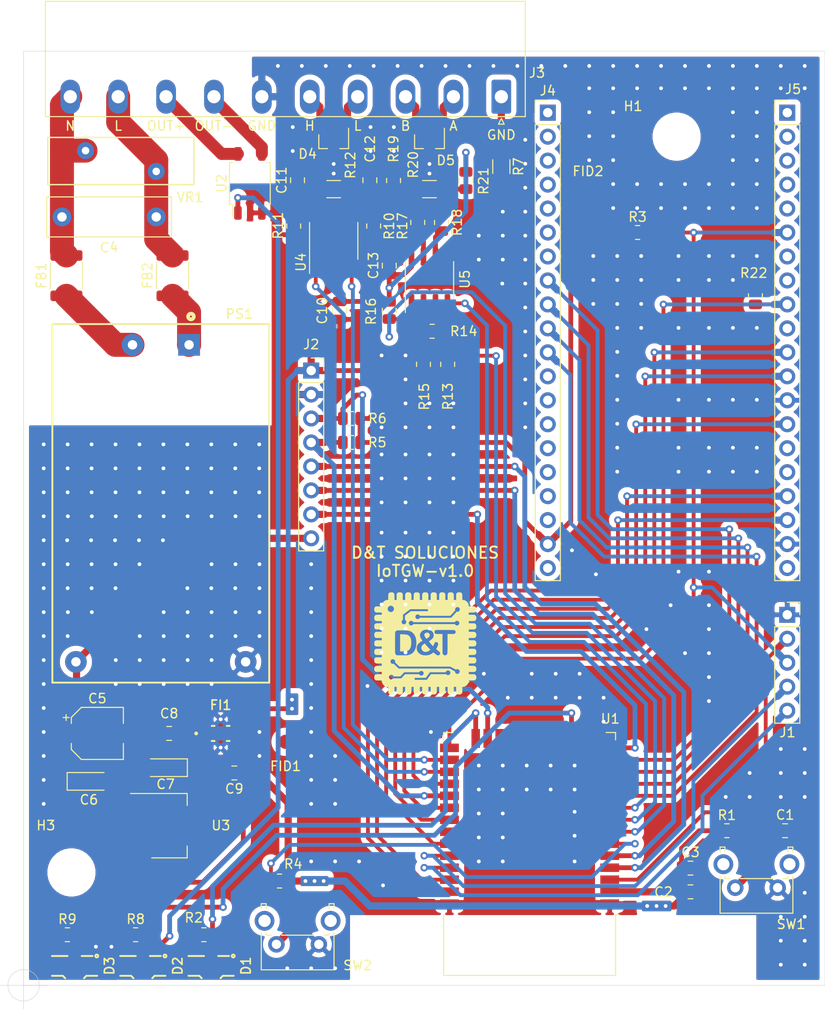
<source format=kicad_pcb>
(kicad_pcb (version 20171130) (host pcbnew 5.1.8-db9833491~88~ubuntu20.04.1)
  (layers (0 F.Cu signal) (31 B.Cu signal hide) (34 B.Paste user) (35 F.Paste user) (36 B.SilkS user) (37 F.SilkS user) (38 B.Mask user) (39 F.Mask user) (44 Edge.Cuts user))
  (net 0 "")
  (net 1 /EN)
  (net 2 GND)
  (net 3 +3.3V)
  (net 4 "Net-(C7-Pad1)")
  (net 5 "Net-(D3-Pad2)")
  (net 6 ETH_DV)
  (net 7 ETH_CRS)
  (net 8 ETH_RXD1)
  (net 9 ETH_RXD0)
  (net 10 ETH_MDC)
  (net 11 ETH_TXD1)
  (net 12 ETH_TX_EN)
  (net 13 ETH_TXD0)
  (net 14 ETH_MDIO)
  (net 15 ETH_POWER)
  (net 16 ETH_CLK)
  (net 17 "Net-(FB2-Pad1)")
  (net 18 "Net-(FB1-Pad1)")
  (net 19 /LED1)
  (net 20 "Net-(D1-Pad2)")
  (net 21 "Net-(D2-Pad2)")
  (net 22 /SW_WEB)
  (net 23 CAN_RX)
  (net 24 CAN_TX)
  (net 25 485_RX)
  (net 26 485_RTS)
  (net 27 485_TX)
  (net 28 /RXD0)
  (net 29 /TXD0)
  (net 30 "Net-(D2-Pad1)")
  (net 31 /AUX1)
  (net 32 /AUX0)
  (net 33 /OUTPUT)
  (net 34 "Net-(R10-Pad1)")
  (net 35 /AUX2)
  (net 36 /AUX3)
  (net 37 /AUX4)
  (net 38 AC_N)
  (net 39 AC_L)
  (net 40 CAN_H)
  (net 41 CAN_L)
  (net 42 485_B)
  (net 43 485_A)
  (net 44 /OUTPUT+)
  (net 45 /OUTPUT-)
  (net 46 "Net-(R17-Pad2)")
  (net 47 "Net-(R11-Pad1)")
  (net 48 "Net-(R14-Pad2)")
  (net 49 "Net-(R18-Pad2)")
  (net 50 "Net-(J3-Pad1)")
  (net 51 +5V)
  (module user-footprints:PS2702-1-F3-K-A (layer F.Cu) (at 124.0028 64.008 90)
    (fp_text reference U2 (at 0 -3 90) (layer F.SilkS))
    (fp_text value PS2702-1)
    (pad 1 smd roundrect (at -3.125 -1.27 90) (size 1.45 0.8) (layers F.Cu F.Paste F.Mask) (net 30 "Net-(D2-Pad1)"))
    (pad 2 smd roundrect (at -3.125 1.27 90) (size 1.45 0.8) (layers F.Cu F.Paste F.Mask) (net 2 GND))
    (pad 3 smd roundrect (at 3.125 1.27 90) (size 1.45 0.8) (layers F.Cu F.Paste F.Mask) (net 45 /OUTPUT-))
    (pad 4 smd roundrect (at 3.125 -1.27 90) (size 1.45 0.8) (layers F.Cu F.Paste F.Mask) (net 44 /OUTPUT+))
  )
  (module user-footprints:LTST-S321KRKT (layer F.Cu) (at 119.888 146.939 270)
    (fp_text reference D1 (at 0 -3.7 270) (layer F.SilkS) (effects (font (thickness 0.17))))
    (fp_text value RED)
    (pad 3 smd rect (at -0.65 0 90) (size 0.9 0.9) (layers F.Cu F.Paste F.Mask))
    (pad 1 smd rect (at 0 -1.75 90) (size 1.5 1.5) (layers F.Cu F.Paste F.Mask) (net 2 GND))
    (pad 2 smd rect (at 0 1.75 90) (size 1.5 1.5) (layers F.Cu F.Paste F.Mask) (net 20 "Net-(D1-Pad2)"))
  )
  (module user-footprints:LTST-S321KRKT (layer F.Cu) (at 112.649 146.939 270)
    (fp_text reference D2 (at 0 -3.7 270) (layer F.SilkS) (effects (font (thickness 0.17))))
    (fp_text value RED)
    (pad 3 smd rect (at -0.65 0 90) (size 0.9 0.9) (layers F.Cu F.Paste F.Mask))
    (pad 1 smd rect (at 0 -1.75 90) (size 1.5 1.5) (layers F.Cu F.Paste F.Mask) (net 30 "Net-(D2-Pad1)"))
    (pad 2 smd rect (at 0 1.75 90) (size 1.5 1.5) (layers F.Cu F.Paste F.Mask) (net 21 "Net-(D2-Pad2)"))
  )
  (module user-footprints:LTST-S321KRKT (layer F.Cu) (at 105.41 146.939 270)
    (fp_text reference D3 (at 0 -3.7 270) (layer F.SilkS) (effects (font (thickness 0.17))))
    (fp_text value RED)
    (pad 3 smd rect (at -0.65 0 90) (size 0.9 0.9) (layers F.Cu F.Paste F.Mask))
    (pad 1 smd rect (at 0 -1.75 90) (size 1.5 1.5) (layers F.Cu F.Paste F.Mask) (net 2 GND))
    (pad 2 smd rect (at 0 1.75 90) (size 1.5 1.5) (layers F.Cu F.Paste F.Mask) (net 5 "Net-(D3-Pad2)"))
  )
  (module user-footprints:NFE31PT222Z1E9L (layer F.Cu) (at 120.904 122.301)
    (fp_text reference FI1 (at 0 -3) (layer F.SilkS) (effects (font (thickness 0.17))))
    (fp_text value NFE31PT222Z1E9L)
    (pad 2 thru_hole circle (at 0 1.5) (size 0.5 0.5) (drill 0.4) (layers *.Cu) (net 2 GND))
    (pad 2 thru_hole circle (at 0 -1.5) (size 0.5 0.5) (drill 0.4) (layers *.Cu) (net 2 GND))
    (pad 2 smd rect (at 0 0) (size 0.6 2.6) (layers F.Cu) (net 2 GND))
    (pad 3 smd rect (at 1.6 0) (size 1 1) (layers F.Cu F.Paste) (net 3 +3.3V))
    (pad 1 smd rect (at -1.6 0) (size 1 1) (layers F.Cu F.Paste) (net 4 "Net-(C7-Pad1)"))
  )
  (module user-footprints:1759091 (layer F.Cu) (at 150.6728 54.821 180)
    (fp_text reference J3 (at -3.7846 2.5224) (layer F.SilkS))
    (fp_text value CON)
    (pad 1 thru_hole roundrect (at 0 0 180) (size 2.08 3.6) (drill 1.4) (layers *.Cu *.Mask) (roundrect_rratio 0.120192) (net 50 "Net-(J3-Pad1)"))
    (pad 2 thru_hole oval (at 5.08 0 180) (size 2.08 3.6) (drill 1.4) (layers *.Cu *.Mask) (net 43 485_A))
    (pad 3 thru_hole oval (at 10.16 0 180) (size 2.08 3.6) (drill 1.4) (layers *.Cu *.Mask) (net 42 485_B))
    (pad 4 thru_hole oval (at 15.24 0 180) (size 2.08 3.6) (drill 1.4) (layers *.Cu *.Mask) (net 41 CAN_L))
    (pad 5 thru_hole oval (at 20.32 0 180) (size 2.08 3.6) (drill 1.4) (layers *.Cu *.Mask) (net 40 CAN_H))
    (pad 6 thru_hole oval (at 25.4 0 180) (size 2.08 3.6) (drill 1.4) (layers *.Cu *.Mask) (net 2 GND))
    (pad 7 thru_hole oval (at 30.48 0 180) (size 2.08 3.6) (drill 1.4) (layers *.Cu *.Mask) (net 45 /OUTPUT-))
    (pad 8 thru_hole oval (at 35.56 0 180) (size 2.08 3.6) (drill 1.4) (layers *.Cu *.Mask) (net 44 /OUTPUT+))
    (pad 9 thru_hole oval (at 40.64 0 180) (size 2.08 3.6) (drill 1.4) (layers *.Cu *.Mask) (net 39 AC_L))
    (pad 10 thru_hole oval (at 45.72 0 180) (size 2.08 3.6) (drill 1.4) (layers *.Cu *.Mask) (net 38 AC_N))
  )
  (module user-footprints:HLK-5M05 (layer F.Cu) (at 114.554 97.917 270)
    (fp_text reference PS1 (at -20.066 -8.3312 180) (layer F.SilkS) (effects (font (thickness 0.17))))
    (fp_text value HLK-5M05)
    (pad 4 thru_hole circle (at 16.8 9 270) (size 2.3 2.3) (drill 1) (layers *.Cu *.Mask) (net 51 +5V))
    (pad 3 thru_hole circle (at 16.8 -9 270) (size 2.3 2.3) (drill 1) (layers *.Cu *.Mask) (net 2 GND))
    (pad 2 thru_hole circle (at -16.8 3 270) (size 2.3 2.3) (drill 1) (layers *.Cu *.Mask) (net 18 "Net-(FB1-Pad1)"))
    (pad 1 thru_hole rect (at -16.8 -3 270) (size 2.3 2.3) (drill 1) (layers *.Cu *.Mask) (net 17 "Net-(FB2-Pad1)"))
  )
  (module MountingHole:MountingHole_4mm (layer F.Cu) (at 105.0798 137.033)
    (fp_text reference H3 (at -2.7178 -4.9784) (layer F.SilkS))
    (fp_text value MountingHole_4mm)
    (pad 1 np_thru_hole circle (at 0 0) (size 4 4) (drill 4) (layers *.Cu *.Mask))
  )
  (module MountingHole:MountingHole_4mm (layer F.Cu) (at 169.2656 59.055)
    (fp_text reference H1 (at -4.6228 -3.2258) (layer F.SilkS))
    (fp_text value MountingHole_4mm)
    (pad 1 np_thru_hole circle (at 0 0) (size 4 4) (drill 4) (layers *.Cu *.Mask))
  )
  (module Connector_PinSocket_2.54mm:PinSocket_1x08_P2.54mm_Vertical (layer F.Cu) (at 130.5052 83.8454)
    (fp_text reference J2 (at 0 -2.77) (layer F.SilkS))
    (fp_text value AUX)
    (pad 8 thru_hole oval (at 0 17.78) (size 1.7 1.7) (drill 1) (layers *.Cu *.Mask) (net 51 +5V))
    (pad 7 thru_hole oval (at 0 15.24) (size 1.7 1.7) (drill 1) (layers *.Cu *.Mask) (net 37 /AUX4))
    (pad 6 thru_hole oval (at 0 12.7) (size 1.7 1.7) (drill 1) (layers *.Cu *.Mask) (net 36 /AUX3))
    (pad 5 thru_hole oval (at 0 10.16) (size 1.7 1.7) (drill 1) (layers *.Cu *.Mask) (net 35 /AUX2))
    (pad 4 thru_hole oval (at 0 7.62) (size 1.7 1.7) (drill 1) (layers *.Cu *.Mask) (net 31 /AUX1))
    (pad 3 thru_hole oval (at 0 5.08) (size 1.7 1.7) (drill 1) (layers *.Cu *.Mask) (net 32 /AUX0))
    (pad 2 thru_hole oval (at 0 2.54) (size 1.7 1.7) (drill 1) (layers *.Cu *.Mask) (net 2 GND))
    (pad 1 thru_hole rect (at 0 0) (size 1.7 1.7) (drill 1) (layers *.Cu *.Mask) (net 3 +3.3V))
  )
  (module user-footprints:DyT_logo_top_silk (layer F.Cu) (at 142.5956 112.7506)
    (fp_text reference G*** hide)
    (fp_text value LOGO hide)
  )
  (module Resistor_SMD:R_1206_3216Metric (layer F.Cu) (at 150.6728 62.23 270)
    (fp_text reference R7 (at 0 -1.82 90) (layer F.SilkS))
    (fp_text value 100R)
    (pad 2 smd roundrect (at 1.4625 0 270) (size 1.125 1.75) (layers F.Cu F.Paste F.Mask) (roundrect_rratio 0.2222213333333333) (net 2 GND))
    (pad 1 smd roundrect (at -1.4625 0 270) (size 1.125 1.75) (layers F.Cu F.Paste F.Mask) (roundrect_rratio 0.2222213333333333) (net 50 "Net-(J3-Pad1)"))
  )
  (module Resistor_SMD:R_0805_2012Metric (layer F.Cu) (at 138.7856 77.47 270)
    (fp_text reference R16 (at 0.1016 1.9304 90) (layer F.SilkS))
    (fp_text value 4K7)
    (pad 2 smd roundrect (at 0.9125 0 270) (size 1.025 1.4) (layers F.Cu F.Paste F.Mask) (roundrect_rratio 0.2439014634146341) (net 25 485_RX))
    (pad 1 smd roundrect (at -0.9125 0 270) (size 1.025 1.4) (layers F.Cu F.Paste F.Mask) (roundrect_rratio 0.2439014634146341) (net 3 +3.3V))
  )
  (module Resistor_SMD:R_0805_2012Metric (layer F.Cu) (at 142.4178 83.185 270)
    (fp_text reference R15 (at 3.429 -0.0762 90) (layer F.SilkS))
    (fp_text value 4K7)
    (pad 2 smd roundrect (at 0.9125 0 270) (size 1.025 1.4) (layers F.Cu F.Paste F.Mask) (roundrect_rratio 0.2439014634146341) (net 2 GND))
    (pad 1 smd roundrect (at -0.9125 0 270) (size 1.025 1.4) (layers F.Cu F.Paste F.Mask) (roundrect_rratio 0.2439014634146341) (net 48 "Net-(R14-Pad2)"))
  )
  (module Resistor_SMD:R_0805_2012Metric (layer F.Cu) (at 143.3322 79.6798 180)
    (fp_text reference R14 (at -3.3528 0) (layer F.SilkS))
    (fp_text value 0R)
    (pad 1 smd roundrect (at -0.9125 0 180) (size 1.025 1.4) (layers F.Cu F.Paste F.Mask) (roundrect_rratio 0.2439014634146341) (net 26 485_RTS))
    (pad 2 smd roundrect (at 0.9125 0 180) (size 1.025 1.4) (layers F.Cu F.Paste F.Mask) (roundrect_rratio 0.2439014634146341) (net 48 "Net-(R14-Pad2)"))
  )
  (module Resistor_SMD:R_0805_2012Metric (layer F.Cu) (at 144.9832 83.185 270)
    (fp_text reference R13 (at 3.4036 -0.0254 90) (layer F.SilkS))
    (fp_text value 4K7)
    (pad 2 smd roundrect (at 0.9125 0 270) (size 1.025 1.4) (layers F.Cu F.Paste F.Mask) (roundrect_rratio 0.2439014634146341) (net 2 GND))
    (pad 1 smd roundrect (at -0.9125 0 270) (size 1.025 1.4) (layers F.Cu F.Paste F.Mask) (roundrect_rratio 0.2439014634146341) (net 26 485_RTS))
  )
  (module RF_Module:ESP32-WROOM-32 (layer F.Cu) (at 153.67 132.087 180)
    (fp_text reference U1 (at -8.5598 11.3354 180) (layer F.SilkS))
    (fp_text value ESP32-WROOM-32)
    (pad 38 smd rect (at 8.5 -8.255 180) (size 2 0.9) (layers F.Cu F.Paste F.Mask) (net 2 GND))
    (pad 37 smd rect (at 8.5 -6.985 180) (size 2 0.9) (layers F.Cu F.Paste F.Mask) (net 10 ETH_MDC))
    (pad 36 smd rect (at 8.5 -5.715 180) (size 2 0.9) (layers F.Cu F.Paste F.Mask) (net 11 ETH_TXD1))
    (pad 35 smd rect (at 8.5 -4.445 180) (size 2 0.9) (layers F.Cu F.Paste F.Mask) (net 29 /TXD0))
    (pad 34 smd rect (at 8.5 -3.175 180) (size 2 0.9) (layers F.Cu F.Paste F.Mask) (net 28 /RXD0))
    (pad 33 smd rect (at 8.5 -1.905 180) (size 2 0.9) (layers F.Cu F.Paste F.Mask) (net 12 ETH_TX_EN))
    (pad 32 smd rect (at 8.5 -0.635 180) (size 2 0.9) (layers F.Cu F.Paste F.Mask))
    (pad 31 smd rect (at 8.5 0.635 180) (size 2 0.9) (layers F.Cu F.Paste F.Mask) (net 13 ETH_TXD0))
    (pad 30 smd rect (at 8.5 1.905 180) (size 2 0.9) (layers F.Cu F.Paste F.Mask) (net 14 ETH_MDIO))
    (pad 29 smd rect (at 8.5 3.175 180) (size 2 0.9) (layers F.Cu F.Paste F.Mask) (net 31 /AUX1))
    (pad 28 smd rect (at 8.5 4.445 180) (size 2 0.9) (layers F.Cu F.Paste F.Mask) (net 15 ETH_POWER))
    (pad 27 smd rect (at 8.5 5.715 180) (size 2 0.9) (layers F.Cu F.Paste F.Mask) (net 24 CAN_TX))
    (pad 26 smd rect (at 8.5 6.985 180) (size 2 0.9) (layers F.Cu F.Paste F.Mask) (net 23 CAN_RX))
    (pad 25 smd rect (at 8.5 8.255 180) (size 2 0.9) (layers F.Cu F.Paste F.Mask) (net 16 ETH_CLK))
    (pad 24 smd rect (at 5.715 9.255 270) (size 2 0.9) (layers F.Cu F.Paste F.Mask) (net 19 /LED1))
    (pad 23 smd rect (at 4.445 9.255 270) (size 2 0.9) (layers F.Cu F.Paste F.Mask) (net 32 /AUX0))
    (pad 22 smd rect (at 3.175 9.255 270) (size 2 0.9) (layers F.Cu F.Paste F.Mask))
    (pad 21 smd rect (at 1.905 9.255 270) (size 2 0.9) (layers F.Cu F.Paste F.Mask))
    (pad 20 smd rect (at 0.635 9.255 270) (size 2 0.9) (layers F.Cu F.Paste F.Mask))
    (pad 19 smd rect (at -0.635 9.255 270) (size 2 0.9) (layers F.Cu F.Paste F.Mask))
    (pad 18 smd rect (at -1.905 9.255 270) (size 2 0.9) (layers F.Cu F.Paste F.Mask))
    (pad 17 smd rect (at -3.175 9.255 270) (size 2 0.9) (layers F.Cu F.Paste F.Mask))
    (pad 16 smd rect (at -4.445 9.255 270) (size 2 0.9) (layers F.Cu F.Paste F.Mask) (net 33 /OUTPUT))
    (pad 15 smd rect (at -5.715 9.255 270) (size 2 0.9) (layers F.Cu F.Paste F.Mask) (net 2 GND))
    (pad 14 smd rect (at -8.5 8.255 180) (size 2 0.9) (layers F.Cu F.Paste F.Mask) (net 37 /AUX4))
    (pad 13 smd rect (at -8.5 6.985 180) (size 2 0.9) (layers F.Cu F.Paste F.Mask) (net 6 ETH_DV))
    (pad 12 smd rect (at -8.5 5.715 180) (size 2 0.9) (layers F.Cu F.Paste F.Mask) (net 7 ETH_CRS))
    (pad 11 smd rect (at -8.5 4.445 180) (size 2 0.9) (layers F.Cu F.Paste F.Mask) (net 8 ETH_RXD1))
    (pad 10 smd rect (at -8.5 3.175 180) (size 2 0.9) (layers F.Cu F.Paste F.Mask) (net 9 ETH_RXD0))
    (pad 9 smd rect (at -8.5 1.905 180) (size 2 0.9) (layers F.Cu F.Paste F.Mask) (net 27 485_TX))
    (pad 8 smd rect (at -8.5 0.635 180) (size 2 0.9) (layers F.Cu F.Paste F.Mask) (net 26 485_RTS))
    (pad 7 smd rect (at -8.5 -0.635 180) (size 2 0.9) (layers F.Cu F.Paste F.Mask) (net 25 485_RX))
    (pad 6 smd rect (at -8.5 -1.905 180) (size 2 0.9) (layers F.Cu F.Paste F.Mask) (net 22 /SW_WEB))
    (pad 5 smd rect (at -8.5 -3.175 180) (size 2 0.9) (layers F.Cu F.Paste F.Mask) (net 36 /AUX3))
    (pad 4 smd rect (at -8.5 -4.445 180) (size 2 0.9) (layers F.Cu F.Paste F.Mask) (net 35 /AUX2))
    (pad 3 smd rect (at -8.5 -5.715 180) (size 2 0.9) (layers F.Cu F.Paste F.Mask) (net 1 /EN))
    (pad 2 smd rect (at -8.5 -6.985 180) (size 2 0.9) (layers F.Cu F.Paste F.Mask) (net 3 +3.3V))
    (pad 1 smd rect (at -8.5 -8.255 180) (size 2 0.9) (layers F.Cu F.Paste F.Mask) (net 2 GND))
    (pad 39 smd rect (at -1 -0.755 180) (size 5 5) (layers F.Cu F.Paste F.Mask) (net 2 GND))
  )
  (module Capacitor_SMD:C_0805_2012Metric (layer F.Cu) (at 180.7718 132.6134)
    (fp_text reference C1 (at 0 -1.68) (layer F.SilkS))
    (fp_text value 100nF)
    (pad 1 smd roundrect (at -0.95 0) (size 1 1.45) (layers F.Cu F.Paste F.Mask) (net 1 /EN))
    (pad 2 smd roundrect (at 0.95 0) (size 1 1.45) (layers F.Cu F.Paste F.Mask) (net 2 GND))
  )
  (module Capacitor_SMD:C_0805_2012Metric (layer F.Cu) (at 170.7388 139.0904)
    (fp_text reference C2 (at -2.8702 0.0254) (layer F.SilkS))
    (fp_text value 100nF)
    (pad 2 smd roundrect (at 0.95 0) (size 1 1.45) (layers F.Cu F.Paste F.Mask) (net 2 GND))
    (pad 1 smd roundrect (at -0.95 0) (size 1 1.45) (layers F.Cu F.Paste F.Mask) (net 3 +3.3V))
  )
  (module Capacitor_SMD:C_0805_2012Metric (layer F.Cu) (at 170.7388 136.5758)
    (fp_text reference C3 (at 0 -1.68) (layer F.SilkS))
    (fp_text value 100nF)
    (pad 1 smd roundrect (at -0.95 0) (size 1 1.45) (layers F.Cu F.Paste F.Mask) (net 3 +3.3V))
    (pad 2 smd roundrect (at 0.95 0) (size 1 1.45) (layers F.Cu F.Paste F.Mask) (net 2 GND))
  )
  (module Capacitor_THT:C_Rect_L13.0mm_W4.0mm_P10.00mm_FKS3_FKP3_MKS4 (layer F.Cu) (at 114.0714 67.564 180)
    (fp_text reference C4 (at 5 -3.25) (layer F.SilkS))
    (fp_text value "10nF/330V Poly")
    (pad 2 thru_hole circle (at 10 0 180) (size 2 2) (drill 1) (layers *.Cu *.Mask) (net 38 AC_N))
    (pad 1 thru_hole circle (at 0 0 180) (size 2 2) (drill 1) (layers *.Cu *.Mask) (net 39 AC_L))
  )
  (module Capacitor_SMD:CP_Elec_5x5.4 (layer F.Cu) (at 107.823 122.301)
    (fp_text reference C5 (at 0 -3.7) (layer F.SilkS))
    (fp_text value 47uF/16V)
    (pad 1 smd roundrect (at -2.2 0) (size 3 1.6) (layers F.Cu F.Paste F.Mask) (roundrect_rratio 0.15625) (net 51 +5V))
    (pad 2 smd roundrect (at 2.2 0) (size 3 1.6) (layers F.Cu F.Paste F.Mask) (roundrect_rratio 0.15625) (net 2 GND))
  )
  (module Capacitor_Tantalum_SMD:CP_EIA-3216-18_Kemet-A (layer F.Cu) (at 106.934 127.381)
    (fp_text reference C6 (at 0 1.9558) (layer F.SilkS))
    (fp_text value "10uF/10V Tant")
    (pad 1 smd roundrect (at -1.35 0) (size 1.4 1.35) (layers F.Cu F.Paste F.Mask) (roundrect_rratio 0.1851844444444445) (net 51 +5V))
    (pad 2 smd roundrect (at 1.35 0) (size 1.4 1.35) (layers F.Cu F.Paste F.Mask) (roundrect_rratio 0.1851844444444445) (net 2 GND))
  )
  (module Capacitor_Tantalum_SMD:CP_EIA-3216-18_Kemet-A (layer F.Cu) (at 115.062 125.9332 180)
    (fp_text reference C7 (at 0 -1.75) (layer F.SilkS))
    (fp_text value "10uF/10V Tant")
    (pad 1 smd roundrect (at -1.35 0 180) (size 1.4 1.35) (layers F.Cu F.Paste F.Mask) (roundrect_rratio 0.1851844444444445) (net 4 "Net-(C7-Pad1)"))
    (pad 2 smd roundrect (at 1.35 0 180) (size 1.4 1.35) (layers F.Cu F.Paste F.Mask) (roundrect_rratio 0.1851844444444445) (net 2 GND))
  )
  (module Capacitor_SMD:C_0805_2012Metric (layer F.Cu) (at 115.443 122.301 180)
    (fp_text reference C8 (at 0 2.1082) (layer F.SilkS))
    (fp_text value 100nF)
    (pad 2 smd roundrect (at 0.95 0 180) (size 1 1.45) (layers F.Cu F.Paste F.Mask) (net 2 GND))
    (pad 1 smd roundrect (at -0.95 0 180) (size 1 1.45) (layers F.Cu F.Paste F.Mask) (net 4 "Net-(C7-Pad1)"))
  )
  (module Capacitor_SMD:C_0805_2012Metric (layer F.Cu) (at 122.3518 126.492 180)
    (fp_text reference C9 (at 0 -1.68) (layer F.SilkS))
    (fp_text value 100nF)
    (pad 2 smd roundrect (at 0.95 0 180) (size 1 1.45) (layers F.Cu F.Paste F.Mask) (net 2 GND))
    (pad 1 smd roundrect (at -0.95 0 180) (size 1 1.45) (layers F.Cu F.Paste F.Mask) (net 3 +3.3V))
  )
  (module Capacitor_SMD:C_0805_2012Metric (layer F.Cu) (at 133.5278 77.47 270)
    (fp_text reference C10 (at 0.0254 1.8542 90) (layer F.SilkS))
    (fp_text value 100nF)
    (pad 2 smd roundrect (at 0.95 0 270) (size 1 1.45) (layers F.Cu F.Paste F.Mask) (net 2 GND))
    (pad 1 smd roundrect (at -0.95 0 270) (size 1 1.45) (layers F.Cu F.Paste F.Mask) (net 3 +3.3V))
  )
  (module Capacitor_SMD:C_0805_2012Metric (layer F.Cu) (at 129.0574 63.6778 90)
    (fp_text reference C11 (at 0 -1.68 90) (layer F.SilkS))
    (fp_text value 47pF)
    (pad 1 smd roundrect (at -0.95 0 90) (size 1 1.45) (layers F.Cu F.Paste F.Mask) (net 40 CAN_H))
    (pad 2 smd roundrect (at 0.95 0 90) (size 1 1.45) (layers F.Cu F.Paste F.Mask) (net 2 GND))
  )
  (module Capacitor_SMD:C_0805_2012Metric (layer F.Cu) (at 136.7282 63.6778 90)
    (fp_text reference C12 (at 3.3274 0.0254 90) (layer F.SilkS))
    (fp_text value 47pF)
    (pad 1 smd roundrect (at -0.95 0 90) (size 1 1.45) (layers F.Cu F.Paste F.Mask) (net 41 CAN_L))
    (pad 2 smd roundrect (at 0.95 0 90) (size 1 1.45) (layers F.Cu F.Paste F.Mask) (net 2 GND))
  )
  (module Capacitor_SMD:C_0805_2012Metric (layer F.Cu) (at 138.7856 72.7202 90)
    (fp_text reference C13 (at 0 -1.68 90) (layer F.SilkS))
    (fp_text value 100nF)
    (pad 2 smd roundrect (at 0.95 0 90) (size 1 1.45) (layers F.Cu F.Paste F.Mask) (net 2 GND))
    (pad 1 smd roundrect (at -0.95 0 90) (size 1 1.45) (layers F.Cu F.Paste F.Mask) (net 3 +3.3V))
  )
  (module Package_TO_SOT_SMD:SOT-23 (layer F.Cu) (at 132.8928 59.563 270)
    (fp_text reference D4 (at 1.3208 2.7686 180) (layer F.SilkS))
    (fp_text value PESD2CAN)
    (pad 3 smd rect (at 1 0 270) (size 0.9 0.8) (layers F.Cu F.Paste F.Mask) (net 2 GND))
    (pad 2 smd rect (at -1 0.95 270) (size 0.9 0.8) (layers F.Cu F.Paste F.Mask) (net 40 CAN_H))
    (pad 1 smd rect (at -1 -0.95 270) (size 0.9 0.8) (layers F.Cu F.Paste F.Mask) (net 41 CAN_L))
  )
  (module Package_TO_SOT_SMD:SOT-23 (layer F.Cu) (at 143.0528 59.563 270)
    (fp_text reference D5 (at 2.0066 -1.7272 180) (layer F.SilkS))
    (fp_text value SM712)
    (pad 3 smd rect (at 1 0 270) (size 0.9 0.8) (layers F.Cu F.Paste F.Mask) (net 2 GND))
    (pad 2 smd rect (at -1 0.95 270) (size 0.9 0.8) (layers F.Cu F.Paste F.Mask) (net 42 485_B))
    (pad 1 smd rect (at -1 -0.95 270) (size 0.9 0.8) (layers F.Cu F.Paste F.Mask) (net 43 485_A))
  )
  (module Inductor_SMD:L_1812_4532Metric (layer F.Cu) (at 104.5464 73.787 90)
    (fp_text reference FB1 (at 0 -2.65 90) (layer F.SilkS))
    (fp_text value HI1812V101R-10)
    (pad 2 smd roundrect (at 2.1375 0 90) (size 1.125 3.4) (layers F.Cu F.Paste F.Mask) (roundrect_rratio 0.2222213333333333) (net 38 AC_N))
    (pad 1 smd roundrect (at -2.1375 0 90) (size 1.125 3.4) (layers F.Cu F.Paste F.Mask) (roundrect_rratio 0.2222213333333333) (net 18 "Net-(FB1-Pad1)"))
  )
  (module Inductor_SMD:L_1812_4532Metric (layer F.Cu) (at 115.7986 73.787 90)
    (fp_text reference FB2 (at 0 -2.65 90) (layer F.SilkS))
    (fp_text value HI1812V101R-10)
    (pad 1 smd roundrect (at -2.1375 0 90) (size 1.125 3.4) (layers F.Cu F.Paste F.Mask) (roundrect_rratio 0.2222213333333333) (net 17 "Net-(FB2-Pad1)"))
    (pad 2 smd roundrect (at 2.1375 0 90) (size 1.125 3.4) (layers F.Cu F.Paste F.Mask) (roundrect_rratio 0.2222213333333333) (net 39 AC_L))
  )
  (module Fiducial:Fiducial_1.5mm_Mask3mm (layer F.Cu) (at 127.7874 123.19 90)
    (fp_text reference FID1 (at -2.5908 0 180) (layer F.SilkS))
    (fp_text value Fiducial)
    (pad "" smd circle (at 0 0 90) (size 1.5 1.5) (layers F.Cu F.Mask) (clearance 0.75))
  )
  (module Fiducial:Fiducial_1.5mm_Mask3mm (layer F.Cu) (at 159.8676 65.2018)
    (fp_text reference FID2 (at 0 -2.4765) (layer F.SilkS))
    (fp_text value Fiducial)
    (pad "" smd circle (at 0 0) (size 1.5 1.5) (layers F.Cu F.Mask) (clearance 0.75))
  )
  (module Connector_PinSocket_2.54mm:PinSocket_1x05_P2.54mm_Vertical (layer F.Cu) (at 181 109.728)
    (fp_text reference J1 (at 0.0258 12.4714) (layer F.SilkS))
    (fp_text value PROG)
    (pad 5 thru_hole oval (at 0 10.16) (size 1.7 1.7) (drill 1) (layers *.Cu *.Mask) (net 29 /TXD0))
    (pad 4 thru_hole oval (at 0 7.62) (size 1.7 1.7) (drill 1) (layers *.Cu *.Mask) (net 28 /RXD0))
    (pad 3 thru_hole oval (at 0 5.08) (size 1.7 1.7) (drill 1) (layers *.Cu *.Mask) (net 16 ETH_CLK))
    (pad 2 thru_hole oval (at 0 2.54) (size 1.7 1.7) (drill 1) (layers *.Cu *.Mask) (net 1 /EN))
    (pad 1 thru_hole rect (at 0 0) (size 1.7 1.7) (drill 1) (layers *.Cu *.Mask) (net 2 GND))
  )
  (module Connector_PinHeader_2.54mm:PinHeader_1x20_P2.54mm_Vertical (layer F.Cu) (at 155.6 56.515)
    (fp_text reference J4 (at 0 -2.33) (layer F.SilkS))
    (fp_text value ETH)
    (pad 1 thru_hole rect (at 0 0) (size 1.7 1.7) (drill 1) (layers *.Cu *.Mask))
    (pad 2 thru_hole oval (at 0 2.54) (size 1.7 1.7) (drill 1) (layers *.Cu *.Mask))
    (pad 3 thru_hole oval (at 0 5.08) (size 1.7 1.7) (drill 1) (layers *.Cu *.Mask))
    (pad 4 thru_hole oval (at 0 7.62) (size 1.7 1.7) (drill 1) (layers *.Cu *.Mask))
    (pad 5 thru_hole oval (at 0 10.16) (size 1.7 1.7) (drill 1) (layers *.Cu *.Mask))
    (pad 6 thru_hole oval (at 0 12.7) (size 1.7 1.7) (drill 1) (layers *.Cu *.Mask))
    (pad 7 thru_hole oval (at 0 15.24) (size 1.7 1.7) (drill 1) (layers *.Cu *.Mask))
    (pad 8 thru_hole oval (at 0 17.78) (size 1.7 1.7) (drill 1) (layers *.Cu *.Mask) (net 6 ETH_DV))
    (pad 9 thru_hole oval (at 0 20.32) (size 1.7 1.7) (drill 1) (layers *.Cu *.Mask) (net 7 ETH_CRS))
    (pad 10 thru_hole oval (at 0 22.86) (size 1.7 1.7) (drill 1) (layers *.Cu *.Mask) (net 8 ETH_RXD1))
    (pad 11 thru_hole oval (at 0 25.4) (size 1.7 1.7) (drill 1) (layers *.Cu *.Mask) (net 9 ETH_RXD0))
    (pad 12 thru_hole oval (at 0 27.94) (size 1.7 1.7) (drill 1) (layers *.Cu *.Mask))
    (pad 13 thru_hole oval (at 0 30.48) (size 1.7 1.7) (drill 1) (layers *.Cu *.Mask))
    (pad 14 thru_hole oval (at 0 33.02) (size 1.7 1.7) (drill 1) (layers *.Cu *.Mask))
    (pad 15 thru_hole oval (at 0 35.56) (size 1.7 1.7) (drill 1) (layers *.Cu *.Mask))
    (pad 16 thru_hole oval (at 0 38.1) (size 1.7 1.7) (drill 1) (layers *.Cu *.Mask))
    (pad 17 thru_hole oval (at 0 40.64) (size 1.7 1.7) (drill 1) (layers *.Cu *.Mask))
    (pad 18 thru_hole oval (at 0 43.18) (size 1.7 1.7) (drill 1) (layers *.Cu *.Mask))
    (pad 19 thru_hole oval (at 0 45.72) (size 1.7 1.7) (drill 1) (layers *.Cu *.Mask) (net 3 +3.3V))
    (pad 20 thru_hole oval (at 0 48.26) (size 1.7 1.7) (drill 1) (layers *.Cu *.Mask))
  )
  (module Connector_PinHeader_2.54mm:PinHeader_1x20_P2.54mm_Vertical (layer F.Cu) (at 181 56.515)
    (fp_text reference J5 (at 0.61 -2.4892) (layer F.SilkS))
    (fp_text value ETH)
    (pad 20 thru_hole oval (at 0 48.26) (size 1.7 1.7) (drill 1) (layers *.Cu *.Mask))
    (pad 19 thru_hole oval (at 0 45.72) (size 1.7 1.7) (drill 1) (layers *.Cu *.Mask) (net 2 GND))
    (pad 18 thru_hole oval (at 0 43.18) (size 1.7 1.7) (drill 1) (layers *.Cu *.Mask) (net 10 ETH_MDC))
    (pad 17 thru_hole oval (at 0 40.64) (size 1.7 1.7) (drill 1) (layers *.Cu *.Mask) (net 11 ETH_TXD1))
    (pad 16 thru_hole oval (at 0 38.1) (size 1.7 1.7) (drill 1) (layers *.Cu *.Mask))
    (pad 15 thru_hole oval (at 0 35.56) (size 1.7 1.7) (drill 1) (layers *.Cu *.Mask))
    (pad 14 thru_hole oval (at 0 33.02) (size 1.7 1.7) (drill 1) (layers *.Cu *.Mask) (net 12 ETH_TX_EN))
    (pad 13 thru_hole oval (at 0 30.48) (size 1.7 1.7) (drill 1) (layers *.Cu *.Mask) (net 2 GND))
    (pad 12 thru_hole oval (at 0 27.94) (size 1.7 1.7) (drill 1) (layers *.Cu *.Mask) (net 13 ETH_TXD0))
    (pad 11 thru_hole oval (at 0 25.4) (size 1.7 1.7) (drill 1) (layers *.Cu *.Mask) (net 14 ETH_MDIO))
    (pad 10 thru_hole oval (at 0 22.86) (size 1.7 1.7) (drill 1) (layers *.Cu *.Mask))
    (pad 9 thru_hole oval (at 0 20.32) (size 1.7 1.7) (drill 1) (layers *.Cu *.Mask) (net 15 ETH_POWER))
    (pad 8 thru_hole oval (at 0 17.78) (size 1.7 1.7) (drill 1) (layers *.Cu *.Mask))
    (pad 7 thru_hole oval (at 0 15.24) (size 1.7 1.7) (drill 1) (layers *.Cu *.Mask))
    (pad 6 thru_hole oval (at 0 12.7) (size 1.7 1.7) (drill 1) (layers *.Cu *.Mask) (net 16 ETH_CLK))
    (pad 5 thru_hole oval (at 0 10.16) (size 1.7 1.7) (drill 1) (layers *.Cu *.Mask))
    (pad 4 thru_hole oval (at 0 7.62) (size 1.7 1.7) (drill 1) (layers *.Cu *.Mask))
    (pad 3 thru_hole oval (at 0 5.08) (size 1.7 1.7) (drill 1) (layers *.Cu *.Mask))
    (pad 2 thru_hole oval (at 0 2.54) (size 1.7 1.7) (drill 1) (layers *.Cu *.Mask))
    (pad 1 thru_hole rect (at 0 0) (size 1.7 1.7) (drill 1) (layers *.Cu *.Mask))
  )
  (module Resistor_SMD:R_0805_2012Metric (layer F.Cu) (at 174.5996 132.6134)
    (fp_text reference R1 (at 0 -1.65) (layer F.SilkS))
    (fp_text value 10K)
    (pad 1 smd roundrect (at -0.9125 0) (size 1.025 1.4) (layers F.Cu F.Paste F.Mask) (roundrect_rratio 0.2439014634146341) (net 3 +3.3V))
    (pad 2 smd roundrect (at 0.9125 0) (size 1.025 1.4) (layers F.Cu F.Paste F.Mask) (roundrect_rratio 0.2439014634146341) (net 1 /EN))
  )
  (module Resistor_SMD:R_0805_2012Metric (layer F.Cu) (at 119.126 143.637 180)
    (fp_text reference R2 (at 1.0668 1.8034) (layer F.SilkS))
    (fp_text value 470R)
    (pad 1 smd roundrect (at -0.9125 0 180) (size 1.025 1.4) (layers F.Cu F.Paste F.Mask) (roundrect_rratio 0.2439014634146341) (net 19 /LED1))
    (pad 2 smd roundrect (at 0.9125 0 180) (size 1.025 1.4) (layers F.Cu F.Paste F.Mask) (roundrect_rratio 0.2439014634146341) (net 20 "Net-(D1-Pad2)"))
  )
  (module Resistor_SMD:R_0805_2012Metric (layer F.Cu) (at 165.1254 69.215)
    (fp_text reference R3 (at 0 -1.65) (layer F.SilkS))
    (fp_text value 4K7)
    (pad 1 smd roundrect (at -0.9125 0) (size 1.025 1.4) (layers F.Cu F.Paste F.Mask) (roundrect_rratio 0.2439014634146341) (net 3 +3.3V))
    (pad 2 smd roundrect (at 0.9125 0) (size 1.025 1.4) (layers F.Cu F.Paste F.Mask) (roundrect_rratio 0.2439014634146341) (net 16 ETH_CLK))
  )
  (module Resistor_SMD:R_0805_2012Metric (layer F.Cu) (at 127.1524 137.9474 180)
    (fp_text reference R4 (at -1.4478 1.8034) (layer F.SilkS))
    (fp_text value 4K7)
    (pad 1 smd roundrect (at -0.9125 0 180) (size 1.025 1.4) (layers F.Cu F.Paste F.Mask) (roundrect_rratio 0.2439014634146341) (net 3 +3.3V))
    (pad 2 smd roundrect (at 0.9125 0 180) (size 1.025 1.4) (layers F.Cu F.Paste F.Mask) (roundrect_rratio 0.2439014634146341) (net 22 /SW_WEB))
  )
  (module Resistor_SMD:R_0805_2012Metric (layer F.Cu) (at 134.7724 91.4654 180)
    (fp_text reference R5 (at -2.7432 0) (layer F.SilkS))
    (fp_text value 10K)
    (pad 2 smd roundrect (at 0.9125 0 180) (size 1.025 1.4) (layers F.Cu F.Paste F.Mask) (roundrect_rratio 0.2439014634146341) (net 31 /AUX1))
    (pad 1 smd roundrect (at -0.9125 0 180) (size 1.025 1.4) (layers F.Cu F.Paste F.Mask) (roundrect_rratio 0.2439014634146341) (net 3 +3.3V))
  )
  (module Resistor_SMD:R_0805_2012Metric (layer F.Cu) (at 134.7724 88.9254 180)
    (fp_text reference R6 (at -2.7686 0) (layer F.SilkS))
    (fp_text value 10K)
    (pad 2 smd roundrect (at 0.9125 0 180) (size 1.025 1.4) (layers F.Cu F.Paste F.Mask) (roundrect_rratio 0.2439014634146341) (net 32 /AUX0))
    (pad 1 smd roundrect (at -0.9125 0 180) (size 1.025 1.4) (layers F.Cu F.Paste F.Mask) (roundrect_rratio 0.2439014634146341) (net 3 +3.3V))
  )
  (module Resistor_SMD:R_0805_2012Metric (layer F.Cu) (at 111.887 143.637)
    (fp_text reference R8 (at 0 -1.65) (layer F.SilkS))
    (fp_text value 47R)
    (pad 2 smd roundrect (at 0.9125 0) (size 1.025 1.4) (layers F.Cu F.Paste F.Mask) (roundrect_rratio 0.2439014634146341) (net 33 /OUTPUT))
    (pad 1 smd roundrect (at -0.9125 0) (size 1.025 1.4) (layers F.Cu F.Paste F.Mask) (roundrect_rratio 0.2439014634146341) (net 21 "Net-(D2-Pad2)"))
  )
  (module Resistor_SMD:R_0805_2012Metric (layer F.Cu) (at 104.648 143.637)
    (fp_text reference R9 (at 0 -1.65) (layer F.SilkS))
    (fp_text value 470R)
    (pad 2 smd roundrect (at 0.9125 0) (size 1.025 1.4) (layers F.Cu F.Paste F.Mask) (roundrect_rratio 0.2439014634146341) (net 3 +3.3V))
    (pad 1 smd roundrect (at -0.9125 0) (size 1.025 1.4) (layers F.Cu F.Paste F.Mask) (roundrect_rratio 0.2439014634146341) (net 5 "Net-(D3-Pad2)"))
  )
  (module Resistor_SMD:R_0805_2012Metric (layer F.Cu) (at 137.1346 68.5292 270)
    (fp_text reference R10 (at 0 -1.65 90) (layer F.SilkS))
    (fp_text value 4K7)
    (pad 2 smd roundrect (at 0.9125 0 270) (size 1.025 1.4) (layers F.Cu F.Paste F.Mask) (roundrect_rratio 0.2439014634146341) (net 2 GND))
    (pad 1 smd roundrect (at -0.9125 0 270) (size 1.025 1.4) (layers F.Cu F.Paste F.Mask) (roundrect_rratio 0.2439014634146341) (net 34 "Net-(R10-Pad1)"))
  )
  (module Resistor_SMD:R_0805_2012Metric (layer F.Cu) (at 128.651 68.5292 270)
    (fp_text reference R11 (at -0.0508 1.651 90) (layer F.SilkS))
    (fp_text value 4K7)
    (pad 2 smd roundrect (at 0.9125 0 270) (size 1.025 1.4) (layers F.Cu F.Paste F.Mask) (roundrect_rratio 0.2439014634146341) (net 2 GND))
    (pad 1 smd roundrect (at -0.9125 0 270) (size 1.025 1.4) (layers F.Cu F.Paste F.Mask) (roundrect_rratio 0.2439014634146341) (net 47 "Net-(R11-Pad1)"))
  )
  (module Resistor_SMD:R_1206_3216Metric (layer F.Cu) (at 132.8928 64.6176)
    (fp_text reference R12 (at 1.778 -2.54 270) (layer F.SilkS))
    (fp_text value 120R)
    (pad 1 smd roundrect (at -1.4625 0) (size 1.125 1.75) (layers F.Cu F.Paste F.Mask) (roundrect_rratio 0.2222213333333333) (net 40 CAN_H))
    (pad 2 smd roundrect (at 1.4625 0) (size 1.125 1.75) (layers F.Cu F.Paste F.Mask) (roundrect_rratio 0.2222213333333333) (net 41 CAN_L))
  )
  (module Resistor_SMD:R_0805_2012Metric (layer F.Cu) (at 141.8082 68.1482 270)
    (fp_text reference R17 (at 0.381 1.6256 90) (layer F.SilkS))
    (fp_text value 10R)
    (pad 1 smd roundrect (at -0.9125 0 270) (size 1.025 1.4) (layers F.Cu F.Paste F.Mask) (roundrect_rratio 0.2439014634146341) (net 42 485_B))
    (pad 2 smd roundrect (at 0.9125 0 270) (size 1.025 1.4) (layers F.Cu F.Paste F.Mask) (roundrect_rratio 0.2439014634146341) (net 46 "Net-(R17-Pad2)"))
  )
  (module Resistor_SMD:R_0805_2012Metric (layer F.Cu) (at 144.3228 68.1482 270)
    (fp_text reference R18 (at 0 -1.65 90) (layer F.SilkS))
    (fp_text value 10R)
    (pad 2 smd roundrect (at 0.9125 0 270) (size 1.025 1.4) (layers F.Cu F.Paste F.Mask) (roundrect_rratio 0.2439014634146341) (net 49 "Net-(R18-Pad2)"))
    (pad 1 smd roundrect (at -0.9125 0 270) (size 1.025 1.4) (layers F.Cu F.Paste F.Mask) (roundrect_rratio 0.2439014634146341) (net 43 485_A))
  )
  (module Resistor_SMD:R_0805_2012Metric (layer F.Cu) (at 139.2428 63.7032 270)
    (fp_text reference R19 (at -3.3528 0 90) (layer F.SilkS))
    (fp_text value 560R)
    (pad 1 smd roundrect (at -0.9125 0 270) (size 1.025 1.4) (layers F.Cu F.Paste F.Mask) (roundrect_rratio 0.2439014634146341) (net 2 GND))
    (pad 2 smd roundrect (at 0.9125 0 270) (size 1.025 1.4) (layers F.Cu F.Paste F.Mask) (roundrect_rratio 0.2439014634146341) (net 42 485_B))
  )
  (module Resistor_SMD:R_1206_3216Metric (layer F.Cu) (at 143.0528 64.6176)
    (fp_text reference R20 (at -1.7272 -2.5908 90) (layer F.SilkS))
    (fp_text value 120R)
    (pad 2 smd roundrect (at 1.4625 0) (size 1.125 1.75) (layers F.Cu F.Paste F.Mask) (roundrect_rratio 0.2222213333333333) (net 43 485_A))
    (pad 1 smd roundrect (at -1.4625 0) (size 1.125 1.75) (layers F.Cu F.Paste F.Mask) (roundrect_rratio 0.2222213333333333) (net 42 485_B))
  )
  (module Resistor_SMD:R_0805_2012Metric (layer F.Cu) (at 146.9136 63.7032 90)
    (fp_text reference R21 (at -0.0508 1.8796 90) (layer F.SilkS))
    (fp_text value 560R)
    (pad 2 smd roundrect (at 0.9125 0 90) (size 1.025 1.4) (layers F.Cu F.Paste F.Mask) (roundrect_rratio 0.2439014634146341) (net 3 +3.3V))
    (pad 1 smd roundrect (at -0.9125 0 90) (size 1.025 1.4) (layers F.Cu F.Paste F.Mask) (roundrect_rratio 0.2439014634146341) (net 43 485_A))
  )
  (module Resistor_SMD:R_0805_2012Metric (layer F.Cu) (at 177.6222 75.9206 90)
    (fp_text reference R22 (at 2.413 -0.1778 180) (layer F.SilkS))
    (fp_text value 4K7)
    (pad 2 smd roundrect (at 0.9125 0 90) (size 1.025 1.4) (layers F.Cu F.Paste F.Mask) (roundrect_rratio 0.2439014634146341) (net 2 GND))
    (pad 1 smd roundrect (at -0.9125 0 90) (size 1.025 1.4) (layers F.Cu F.Paste F.Mask) (roundrect_rratio 0.2439014634146341) (net 15 ETH_POWER))
  )
  (module Button_Switch_THT:SW_Tactile_SPST_Angled_PTS645Vx83-2LFS (layer F.Cu) (at 179.9844 138.653 180)
    (fp_text reference SW1 (at -1.4224 -3.8664) (layer F.SilkS))
    (fp_text value SW)
    (pad "" thru_hole circle (at -1.25 2.49 180) (size 2.1 2.1) (drill 1.3) (layers *.Cu *.Mask))
    (pad 1 thru_hole circle (at 0 0 180) (size 1.75 1.75) (drill 0.99) (layers *.Cu *.Mask) (net 2 GND))
    (pad 2 thru_hole circle (at 4.5 0 180) (size 1.75 1.75) (drill 0.99) (layers *.Cu *.Mask) (net 1 /EN))
    (pad "" thru_hole circle (at 5.76 2.49 180) (size 2.1 2.1) (drill 1.3) (layers *.Cu *.Mask))
  )
  (module Button_Switch_THT:SW_Tactile_SPST_Angled_PTS645Vx83-2LFS (layer F.Cu) (at 131.318 144.653 180)
    (fp_text reference SW2 (at -4.1148 -2.2352) (layer F.SilkS))
    (fp_text value SW)
    (pad "" thru_hole circle (at -1.25 2.49 180) (size 2.1 2.1) (drill 1.3) (layers *.Cu *.Mask))
    (pad 1 thru_hole circle (at 0 0 180) (size 1.75 1.75) (drill 0.99) (layers *.Cu *.Mask) (net 2 GND))
    (pad 2 thru_hole circle (at 4.5 0 180) (size 1.75 1.75) (drill 0.99) (layers *.Cu *.Mask) (net 22 /SW_WEB))
    (pad "" thru_hole circle (at 5.76 2.49 180) (size 2.1 2.1) (drill 1.3) (layers *.Cu *.Mask))
  )
  (module Package_TO_SOT_SMD:SOT-223-3_TabPin2 (layer F.Cu) (at 115.443 132.08)
    (fp_text reference U3 (at 5.4864 -0.0254) (layer F.SilkS))
    (fp_text value LM1117-3.3)
    (pad 2 smd rect (at 3.15 0) (size 2 3.8) (layers F.Cu F.Paste F.Mask) (net 4 "Net-(C7-Pad1)"))
    (pad 2 smd rect (at -3.15 0) (size 2 1.5) (layers F.Cu F.Paste F.Mask) (net 4 "Net-(C7-Pad1)"))
    (pad 3 smd rect (at -3.15 2.3) (size 2 1.5) (layers F.Cu F.Paste F.Mask) (net 51 +5V))
    (pad 1 smd rect (at -3.15 -2.3) (size 2 1.5) (layers F.Cu F.Paste F.Mask) (net 2 GND))
  )
  (module Package_SO:SOIC-8_3.9x4.9mm_P1.27mm (layer F.Cu) (at 132.8928 70.104 90)
    (fp_text reference U4 (at -2.2606 -3.4798 90) (layer F.SilkS))
    (fp_text value TCAN334D)
    (pad 8 smd roundrect (at 2.475 -1.905 90) (size 1.95 0.6) (layers F.Cu F.Paste F.Mask) (net 47 "Net-(R11-Pad1)"))
    (pad 7 smd roundrect (at 2.475 -0.635 90) (size 1.95 0.6) (layers F.Cu F.Paste F.Mask) (net 40 CAN_H))
    (pad 6 smd roundrect (at 2.475 0.635 90) (size 1.95 0.6) (layers F.Cu F.Paste F.Mask) (net 41 CAN_L))
    (pad 5 smd roundrect (at 2.475 1.905 90) (size 1.95 0.6) (layers F.Cu F.Paste F.Mask) (net 34 "Net-(R10-Pad1)"))
    (pad 4 smd roundrect (at -2.475 1.905 90) (size 1.95 0.6) (layers F.Cu F.Paste F.Mask) (net 23 CAN_RX))
    (pad 3 smd roundrect (at -2.475 0.635 90) (size 1.95 0.6) (layers F.Cu F.Paste F.Mask) (net 3 +3.3V))
    (pad 2 smd roundrect (at -2.475 -0.635 90) (size 1.95 0.6) (layers F.Cu F.Paste F.Mask) (net 2 GND))
    (pad 1 smd roundrect (at -2.475 -1.905 90) (size 1.95 0.6) (layers F.Cu F.Paste F.Mask) (net 24 CAN_TX))
  )
  (module Package_SO:SOIC-8_3.9x4.9mm_P1.27mm (layer F.Cu) (at 143.0528 74.2442 90)
    (fp_text reference U5 (at 0.0762 3.7592 90) (layer F.SilkS))
    (fp_text value SN65HVD10)
    (pad 1 smd roundrect (at -2.475 -1.905 90) (size 1.95 0.6) (layers F.Cu F.Paste F.Mask) (net 25 485_RX))
    (pad 2 smd roundrect (at -2.475 -0.635 90) (size 1.95 0.6) (layers F.Cu F.Paste F.Mask) (net 48 "Net-(R14-Pad2)"))
    (pad 3 smd roundrect (at -2.475 0.635 90) (size 1.95 0.6) (layers F.Cu F.Paste F.Mask) (net 26 485_RTS))
    (pad 4 smd roundrect (at -2.475 1.905 90) (size 1.95 0.6) (layers F.Cu F.Paste F.Mask) (net 27 485_TX))
    (pad 5 smd roundrect (at 2.475 1.905 90) (size 1.95 0.6) (layers F.Cu F.Paste F.Mask) (net 2 GND))
    (pad 6 smd roundrect (at 2.475 0.635 90) (size 1.95 0.6) (layers F.Cu F.Paste F.Mask) (net 49 "Net-(R18-Pad2)"))
    (pad 7 smd roundrect (at 2.475 -0.635 90) (size 1.95 0.6) (layers F.Cu F.Paste F.Mask) (net 46 "Net-(R17-Pad2)"))
    (pad 8 smd roundrect (at 2.475 -1.905 90) (size 1.95 0.6) (layers F.Cu F.Paste F.Mask) (net 3 +3.3V))
  )
  (module Varistor:RV_Disc_D15.5mm_W5mm_P7.5mm (layer F.Cu) (at 114.0714 62.738 180)
    (fp_text reference VR1 (at -3.5814 -2.7432) (layer F.SilkS))
    (fp_text value S14K275)
    (pad 2 thru_hole circle (at 7.5 2.2 180) (size 1.8 1.8) (drill 0.8) (layers *.Cu *.Mask) (net 38 AC_N))
    (pad 1 thru_hole circle (at 0 0 180) (size 1.8 1.8) (drill 0.8) (layers *.Cu *.Mask) (net 39 AC_L))
  )
  (gr_text N (at 104.9528 57.912) (layer F.SilkS) (effects (font (size 1 1))))
  (gr_text L (at 110.0328 57.912) (layer F.SilkS) (effects (font (size 1 1))))
  (gr_text OUT+ (at 115.1128 57.912) (layer F.SilkS) (effects (font (size 1 1))))
  (gr_text OUT- (at 120.1928 57.912) (layer F.SilkS) (effects (font (size 1 1))))
  (gr_text H (at 130.3528 57.912) (layer F.SilkS) (effects (font (size 1 1))))
  (gr_text L (at 135.4328 57.912) (layer F.SilkS) (effects (font (size 1 1))))
  (gr_text B (at 140.5128 57.912) (layer F.SilkS) (effects (font (size 1 1))))
  (gr_text A (at 145.5928 57.912) (layer F.SilkS) (effects (font (size 1 1))))
  (gr_text GND (at 150.6728 58.8772) (layer F.SilkS) (effects (font (size 1 1))))
  (gr_text GND (at 125.2728 57.912) (layer F.SilkS) (effects (font (size 1 1))))
  (target plus (at 100 149) (size 5) (width 0.05) (layer Edge.Cuts))
  (gr_text "D&T SOLUCIONES\nIoTGW-v1.0" (at 142.5956 104.1146) (layer F.SilkS) (effects (font (size 1.2 1.2) (thickness 0.2))))
  (gr_line (start 100 149) (end 185 149) (layer Edge.Cuts) (width 0.05))
  (gr_line (start 185 50) (end 185 149) (layer Edge.Cuts) (width 0.05))
  (gr_line (start 100 50) (end 185 50) (layer Edge.Cuts) (width 0.05))
  (gr_line (start 100 50) (end 100 149) (layer Edge.Cuts) (width 0.05))
  (segment (start 175.5121 132.6134) (end 179.8218 132.6134) (width 0.4064) (layer F.Cu) (net 1))
  (segment (start 175.4844 138.653) (end 176.3776 137.7598) (width 0.762) (layer F.Cu) (net 1))
  (segment (start 179.8218 134.3156) (end 176.3776 137.7598) (width 0.4064) (layer F.Cu) (net 1))
  (segment (start 179.8218 132.6134) (end 179.8218 134.3156) (width 0.4064) (layer F.Cu) (net 1))
  (segment (start 165.1184 137.802) (end 162.17 137.802) (width 0.4064) (layer F.Cu) (net 1))
  (segment (start 181 112.268) (end 179.9844 113.2836) (width 0.762) (layer F.Cu) (net 1))
  (segment (start 175.5121 132.6134) (end 175.5121 131.5955) (width 0.4064) (layer F.Cu) (net 1))
  (segment (start 174.5742 130.6576) (end 172.2628 130.6576) (width 0.4064) (layer F.Cu) (net 1))
  (segment (start 175.5121 131.5955) (end 174.5742 130.6576) (width 0.4064) (layer F.Cu) (net 1))
  (segment (start 172.2628 130.6576) (end 165.1184 137.802) (width 0.4064) (layer F.Cu) (net 1))
  (segment (start 178.7144 131.506) (end 179.8218 132.6134) (width 0.4064) (layer F.Cu) (net 1))
  (segment (start 178.7144 114.5536) (end 178.7144 131.506) (width 0.4064) (layer F.Cu) (net 1))
  (segment (start 179.9844 113.2836) (end 178.7144 114.5536) (width 0.4064) (layer F.Cu) (net 1))
  (via (at 153.2128 77.1652) (size 0.8) (drill 0.4) (layers F.Cu B.Cu) (net 2))
  (via (at 153.2128 82.2452) (size 0.8) (drill 0.4) (layers F.Cu B.Cu) (net 2))
  (via (at 153.2128 79.7052) (size 0.8) (drill 0.4) (layers F.Cu B.Cu) (net 2))
  (via (at 153.2128 67.0052) (size 0.8) (drill 0.4) (layers F.Cu B.Cu) (net 2))
  (via (at 153.2128 69.5452) (size 0.8) (drill 0.4) (layers F.Cu B.Cu) (net 2))
  (via (at 153.2128 72.0852) (size 0.8) (drill 0.4) (layers F.Cu B.Cu) (net 2))
  (via (at 153.2128 74.6252) (size 0.8) (drill 0.4) (layers F.Cu B.Cu) (net 2))
  (via (at 153.2128 84.7852) (size 0.8) (drill 0.4) (layers F.Cu B.Cu) (net 2))
  (via (at 153.2128 87.3252) (size 0.8) (drill 0.4) (layers F.Cu B.Cu) (net 2))
  (via (at 140.5128 101.0158) (size 0.8) (drill 0.4) (layers F.Cu B.Cu) (net 2))
  (via (at 140.5128 108.6358) (size 0.8) (drill 0.4) (layers F.Cu B.Cu) (net 2))
  (via (at 140.5128 106.0958) (size 0.8) (drill 0.4) (layers F.Cu B.Cu) (net 2))
  (via (at 140.5128 103.5558) (size 0.8) (drill 0.4) (layers F.Cu B.Cu) (net 2))
  (via (at 143.0528 101.0158) (size 0.8) (drill 0.4) (layers F.Cu B.Cu) (net 2))
  (via (at 143.0528 108.6358) (size 0.8) (drill 0.4) (layers F.Cu B.Cu) (net 2))
  (via (at 143.0528 106.0958) (size 0.8) (drill 0.4) (layers F.Cu B.Cu) (net 2))
  (via (at 143.0528 103.5558) (size 0.8) (drill 0.4) (layers F.Cu B.Cu) (net 2))
  (via (at 145.5928 101.0158) (size 0.8) (drill 0.4) (layers F.Cu B.Cu) (net 2))
  (via (at 145.5928 103.5558) (size 0.8) (drill 0.4) (layers F.Cu B.Cu) (net 2))
  (via (at 145.5928 106.0958) (size 0.8) (drill 0.4) (layers F.Cu B.Cu) (net 2))
  (via (at 167.6146 53.9242) (size 0.8) (drill 0.4) (layers F.Cu B.Cu) (net 2))
  (via (at 170.1546 53.9242) (size 0.8) (drill 0.4) (layers F.Cu B.Cu) (net 2))
  (via (at 172.6946 53.9242) (size 0.8) (drill 0.4) (layers F.Cu B.Cu) (net 2))
  (via (at 165.0746 53.9242) (size 0.8) (drill 0.4) (layers F.Cu B.Cu) (net 2))
  (via (at 172.6946 51.562) (size 0.8) (drill 0.4) (layers F.Cu B.Cu) (net 2))
  (via (at 175.2346 51.562) (size 0.8) (drill 0.4) (layers F.Cu B.Cu) (net 2))
  (via (at 165.0746 51.562) (size 0.8) (drill 0.4) (layers F.Cu B.Cu) (net 2))
  (via (at 162.5346 51.562) (size 0.8) (drill 0.4) (layers F.Cu B.Cu) (net 2))
  (via (at 170.1546 51.562) (size 0.8) (drill 0.4) (layers F.Cu B.Cu) (net 2))
  (via (at 167.6146 51.562) (size 0.8) (drill 0.4) (layers F.Cu B.Cu) (net 2))
  (via (at 157.4546 51.562) (size 0.8) (drill 0.4) (layers F.Cu B.Cu) (net 2))
  (via (at 159.9946 51.562) (size 0.8) (drill 0.4) (layers F.Cu B.Cu) (net 2))
  (via (at 149.8346 51.562) (size 0.8) (drill 0.4) (layers F.Cu B.Cu) (net 2))
  (via (at 147.2946 51.562) (size 0.8) (drill 0.4) (layers F.Cu B.Cu) (net 2))
  (via (at 154.9146 51.562) (size 0.8) (drill 0.4) (layers F.Cu B.Cu) (net 2))
  (via (at 152.3746 51.562) (size 0.8) (drill 0.4) (layers F.Cu B.Cu) (net 2))
  (via (at 142.2146 51.562) (size 0.8) (drill 0.4) (layers F.Cu B.Cu) (net 2))
  (via (at 144.7546 51.562) (size 0.8) (drill 0.4) (layers F.Cu B.Cu) (net 2))
  (via (at 134.5946 51.562) (size 0.8) (drill 0.4) (layers F.Cu B.Cu) (net 2))
  (via (at 132.0546 51.562) (size 0.8) (drill 0.4) (layers F.Cu B.Cu) (net 2))
  (via (at 139.6746 51.562) (size 0.8) (drill 0.4) (layers F.Cu B.Cu) (net 2))
  (via (at 137.1346 51.562) (size 0.8) (drill 0.4) (layers F.Cu B.Cu) (net 2))
  (via (at 162.5346 56.4642) (size 0.8) (drill 0.4) (layers F.Cu B.Cu) (net 2))
  (via (at 162.5346 61.5442) (size 0.8) (drill 0.4) (layers F.Cu B.Cu) (net 2))
  (via (at 162.5346 59.0042) (size 0.8) (drill 0.4) (layers F.Cu B.Cu) (net 2))
  (via (at 159.9946 56.4642) (size 0.8) (drill 0.4) (layers F.Cu B.Cu) (net 2))
  (via (at 159.9946 61.5442) (size 0.8) (drill 0.4) (layers F.Cu B.Cu) (net 2))
  (via (at 159.9946 59.0042) (size 0.8) (drill 0.4) (layers F.Cu B.Cu) (net 2))
  (via (at 175.2346 56.4642) (size 0.8) (drill 0.4) (layers F.Cu B.Cu) (net 2))
  (via (at 175.2346 64.0842) (size 0.8) (drill 0.4) (layers F.Cu B.Cu) (net 2))
  (via (at 175.2346 59.0042) (size 0.8) (drill 0.4) (layers F.Cu B.Cu) (net 2))
  (via (at 175.2346 61.5442) (size 0.8) (drill 0.4) (layers F.Cu B.Cu) (net 2))
  (via (at 167.6146 64.0842) (size 0.8) (drill 0.4) (layers F.Cu B.Cu) (net 2))
  (via (at 162.5346 64.0842) (size 0.8) (drill 0.4) (layers F.Cu B.Cu) (net 2))
  (via (at 172.6946 64.0842) (size 0.8) (drill 0.4) (layers F.Cu B.Cu) (net 2))
  (via (at 170.1546 64.0842) (size 0.8) (drill 0.4) (layers F.Cu B.Cu) (net 2))
  (via (at 165.0746 64.0842) (size 0.8) (drill 0.4) (layers F.Cu B.Cu) (net 2))
  (via (at 165.0746 66.6242) (size 0.8) (drill 0.4) (layers F.Cu B.Cu) (net 2))
  (via (at 175.2346 66.6242) (size 0.8) (drill 0.4) (layers F.Cu B.Cu) (net 2))
  (via (at 172.6946 66.6242) (size 0.8) (drill 0.4) (layers F.Cu B.Cu) (net 2))
  (via (at 170.1546 66.6242) (size 0.8) (drill 0.4) (layers F.Cu B.Cu) (net 2))
  (via (at 167.6146 66.6242) (size 0.8) (drill 0.4) (layers F.Cu B.Cu) (net 2))
  (via (at 122.4534 106.9086) (size 0.8) (drill 0.4) (layers F.Cu B.Cu) (net 2))
  (via (at 119.9134 106.9086) (size 0.8) (drill 0.4) (layers F.Cu B.Cu) (net 2))
  (via (at 117.3734 106.9086) (size 0.8) (drill 0.4) (layers F.Cu B.Cu) (net 2))
  (via (at 122.4788 109.4486) (size 0.8) (drill 0.4) (layers F.Cu B.Cu) (net 2))
  (via (at 114.8588 109.4486) (size 0.8) (drill 0.4) (layers F.Cu B.Cu) (net 2))
  (via (at 119.9388 109.4486) (size 0.8) (drill 0.4) (layers F.Cu B.Cu) (net 2))
  (via (at 117.3988 109.4486) (size 0.8) (drill 0.4) (layers F.Cu B.Cu) (net 2))
  (via (at 117.3988 111.9886) (size 0.8) (drill 0.4) (layers F.Cu B.Cu) (net 2))
  (via (at 112.3188 111.9886) (size 0.8) (drill 0.4) (layers F.Cu B.Cu) (net 2))
  (via (at 119.9388 111.9886) (size 0.8) (drill 0.4) (layers F.Cu B.Cu) (net 2))
  (via (at 114.8588 111.9886) (size 0.8) (drill 0.4) (layers F.Cu B.Cu) (net 2))
  (via (at 122.4788 111.9886) (size 0.8) (drill 0.4) (layers F.Cu B.Cu) (net 2))
  (via (at 112.3188 114.5286) (size 0.8) (drill 0.4) (layers F.Cu B.Cu) (net 2))
  (via (at 117.3988 117.0686) (size 0.8) (drill 0.4) (layers F.Cu B.Cu) (net 2))
  (via (at 112.3188 117.0686) (size 0.8) (drill 0.4) (layers F.Cu B.Cu) (net 2))
  (via (at 117.3988 114.5286) (size 0.8) (drill 0.4) (layers F.Cu B.Cu) (net 2))
  (via (at 119.9388 117.0686) (size 0.8) (drill 0.4) (layers F.Cu B.Cu) (net 2))
  (via (at 114.8588 117.0686) (size 0.8) (drill 0.4) (layers F.Cu B.Cu) (net 2))
  (via (at 114.8588 114.5286) (size 0.8) (drill 0.4) (layers F.Cu B.Cu) (net 2))
  (via (at 119.9388 114.5286) (size 0.8) (drill 0.4) (layers F.Cu B.Cu) (net 2))
  (via (at 109.7788 117.0686) (size 0.8) (drill 0.4) (layers F.Cu B.Cu) (net 2))
  (via (at 109.7788 114.5286) (size 0.8) (drill 0.4) (layers F.Cu B.Cu) (net 2))
  (via (at 102.1334 122.1486) (size 0.8) (drill 0.4) (layers F.Cu B.Cu) (net 2))
  (via (at 102.1334 127.2286) (size 0.8) (drill 0.4) (layers F.Cu B.Cu) (net 2))
  (via (at 102.1334 114.5286) (size 0.8) (drill 0.4) (layers F.Cu B.Cu) (net 2))
  (via (at 102.1334 124.6886) (size 0.8) (drill 0.4) (layers F.Cu B.Cu) (net 2))
  (via (at 102.1334 129.7686) (size 0.8) (drill 0.4) (layers F.Cu B.Cu) (net 2))
  (via (at 102.1334 119.6086) (size 0.8) (drill 0.4) (layers F.Cu B.Cu) (net 2))
  (via (at 102.1334 117.0686) (size 0.8) (drill 0.4) (layers F.Cu B.Cu) (net 2))
  (via (at 124.9934 94.2086) (size 0.8) (drill 0.4) (layers F.Cu B.Cu) (net 2))
  (via (at 104.6734 94.2086) (size 0.8) (drill 0.4) (layers F.Cu B.Cu) (net 2))
  (via (at 107.2134 94.2086) (size 0.8) (drill 0.4) (layers F.Cu B.Cu) (net 2))
  (via (at 112.2934 94.2086) (size 0.8) (drill 0.4) (layers F.Cu B.Cu) (net 2))
  (via (at 122.4534 94.2086) (size 0.8) (drill 0.4) (layers F.Cu B.Cu) (net 2))
  (via (at 119.9134 94.2086) (size 0.8) (drill 0.4) (layers F.Cu B.Cu) (net 2))
  (via (at 117.3734 94.2086) (size 0.8) (drill 0.4) (layers F.Cu B.Cu) (net 2))
  (via (at 114.8334 94.2086) (size 0.8) (drill 0.4) (layers F.Cu B.Cu) (net 2))
  (via (at 109.7534 94.2086) (size 0.8) (drill 0.4) (layers F.Cu B.Cu) (net 2))
  (via (at 124.9934 96.7486) (size 0.8) (drill 0.4) (layers F.Cu B.Cu) (net 2))
  (via (at 104.6734 96.7486) (size 0.8) (drill 0.4) (layers F.Cu B.Cu) (net 2))
  (via (at 107.2134 96.7486) (size 0.8) (drill 0.4) (layers F.Cu B.Cu) (net 2))
  (via (at 112.2934 96.7486) (size 0.8) (drill 0.4) (layers F.Cu B.Cu) (net 2))
  (via (at 122.4534 96.7486) (size 0.8) (drill 0.4) (layers F.Cu B.Cu) (net 2))
  (via (at 119.9134 96.7486) (size 0.8) (drill 0.4) (layers F.Cu B.Cu) (net 2))
  (via (at 117.3734 96.7486) (size 0.8) (drill 0.4) (layers F.Cu B.Cu) (net 2))
  (via (at 114.8334 96.7486) (size 0.8) (drill 0.4) (layers F.Cu B.Cu) (net 2))
  (via (at 109.7534 96.7486) (size 0.8) (drill 0.4) (layers F.Cu B.Cu) (net 2))
  (via (at 125.0188 99.2886) (size 0.8) (drill 0.4) (layers F.Cu B.Cu) (net 2))
  (via (at 104.6988 99.2886) (size 0.8) (drill 0.4) (layers F.Cu B.Cu) (net 2))
  (via (at 107.2388 99.2886) (size 0.8) (drill 0.4) (layers F.Cu B.Cu) (net 2))
  (via (at 112.3188 99.2886) (size 0.8) (drill 0.4) (layers F.Cu B.Cu) (net 2))
  (via (at 122.4788 99.2886) (size 0.8) (drill 0.4) (layers F.Cu B.Cu) (net 2))
  (via (at 119.9388 99.2886) (size 0.8) (drill 0.4) (layers F.Cu B.Cu) (net 2))
  (via (at 117.3988 99.2886) (size 0.8) (drill 0.4) (layers F.Cu B.Cu) (net 2))
  (via (at 114.8588 99.2886) (size 0.8) (drill 0.4) (layers F.Cu B.Cu) (net 2))
  (via (at 109.7788 99.2886) (size 0.8) (drill 0.4) (layers F.Cu B.Cu) (net 2))
  (via (at 107.1626 101.8286) (size 0.8) (drill 0.4) (layers F.Cu B.Cu) (net 2))
  (via (at 112.2426 101.8286) (size 0.8) (drill 0.4) (layers F.Cu B.Cu) (net 2))
  (via (at 114.7826 101.8286) (size 0.8) (drill 0.4) (layers F.Cu B.Cu) (net 2))
  (via (at 104.6226 101.8286) (size 0.8) (drill 0.4) (layers F.Cu B.Cu) (net 2))
  (via (at 109.7026 101.8286) (size 0.8) (drill 0.4) (layers F.Cu B.Cu) (net 2))
  (via (at 112.2934 104.3686) (size 0.8) (drill 0.4) (layers F.Cu B.Cu) (net 2))
  (via (at 104.6734 104.3686) (size 0.8) (drill 0.4) (layers F.Cu B.Cu) (net 2))
  (via (at 109.7534 104.3686) (size 0.8) (drill 0.4) (layers F.Cu B.Cu) (net 2))
  (via (at 107.2134 104.3686) (size 0.8) (drill 0.4) (layers F.Cu B.Cu) (net 2))
  (via (at 104.6734 106.9086) (size 0.8) (drill 0.4) (layers F.Cu B.Cu) (net 2))
  (via (at 109.7534 106.9086) (size 0.8) (drill 0.4) (layers F.Cu B.Cu) (net 2))
  (via (at 107.2134 106.9086) (size 0.8) (drill 0.4) (layers F.Cu B.Cu) (net 2))
  (via (at 107.2388 109.4486) (size 0.8) (drill 0.4) (layers F.Cu B.Cu) (net 2))
  (via (at 104.6988 109.4486) (size 0.8) (drill 0.4) (layers F.Cu B.Cu) (net 2))
  (segment (start 132.8928 62.2046) (end 132.8928 62.2046) (width 0.508) (layer F.Cu) (net 2))
  (via (at 132.8928 61.9506) (size 0.8) (drill 0.4) (layers F.Cu B.Cu) (net 2))
  (via (at 143.0528 62.9666) (size 0.8) (drill 0.4) (layers F.Cu B.Cu) (net 2))
  (segment (start 125.2728 54.821) (end 127.3048 54.821) (width 0.762) (layer F.Cu) (net 2))
  (segment (start 125.2728 54.821) (end 125.2728 52.1716) (width 0.762) (layer F.Cu) (net 2))
  (segment (start 125.2728 54.821) (end 125.2728 52.07) (width 0.762) (layer B.Cu) (net 2))
  (segment (start 125.2728 54.821) (end 127.4064 54.821) (width 0.762) (layer B.Cu) (net 2))
  (via (at 162.9664 84.4042) (size 0.8) (drill 0.4) (layers F.Cu B.Cu) (net 2))
  (segment (start 162.17 140.342) (end 160.0708 140.342) (width 0.762) (layer F.Cu) (net 2))
  (segment (start 145.17 140.342) (end 147.5994 140.342) (width 0.762) (layer F.Cu) (net 2))
  (segment (start 145.17 140.342) (end 142.5448 140.342) (width 0.762) (layer F.Cu) (net 2))
  (segment (start 159.385 122.832) (end 159.385 125.095) (width 0.762) (layer F.Cu) (net 2))
  (segment (start 159.385 122.832) (end 159.385 120.8278) (width 0.762) (layer F.Cu) (net 2))
  (via (at 143.0528 61.9506) (size 0.8) (drill 0.4) (layers F.Cu B.Cu) (net 2))
  (via (at 132.8928 62.9666) (size 0.8) (drill 0.4) (layers F.Cu B.Cu) (net 2))
  (segment (start 120.904 122.301) (end 120.904 120.801) (width 0.508) (layer F.Cu) (net 2))
  (segment (start 120.904 120.801) (end 121.69 120.015) (width 0.508) (layer F.Cu) (net 2))
  (segment (start 120.904 120.801) (end 120.1688 120.0658) (width 0.508) (layer F.Cu) (net 2))
  (segment (start 120.904 123.801) (end 120.2196 124.4854) (width 0.508) (layer F.Cu) (net 2))
  (segment (start 120.904 123.801) (end 120.904 122.301) (width 0.508) (layer F.Cu) (net 2))
  (segment (start 120.904 123.801) (end 121.5898 124.4868) (width 0.508) (layer F.Cu) (net 2))
  (segment (start 130.5052 86.3854) (end 128.5748 86.3854) (width 0.762) (layer F.Cu) (net 2))
  (segment (start 130.5052 86.3854) (end 132.1308 86.3854) (width 0.762) (layer B.Cu) (net 2))
  (via (at 137.9728 101.0158) (size 0.8) (drill 0.4) (layers F.Cu B.Cu) (net 2))
  (via (at 137.9728 113.7158) (size 0.8) (drill 0.4) (layers F.Cu B.Cu) (net 2))
  (via (at 137.9728 108.6358) (size 0.8) (drill 0.4) (layers F.Cu B.Cu) (net 2))
  (via (at 130.5052 106.9086) (size 0.8) (drill 0.4) (layers F.Cu B.Cu) (net 2))
  (via (at 130.5052 114.5286) (size 0.8) (drill 0.4) (layers F.Cu B.Cu) (net 2))
  (via (at 130.5052 135.8646) (size 0.8) (drill 0.4) (layers F.Cu B.Cu) (net 2))
  (via (at 138.1252 138.4046) (size 0.8) (drill 0.4) (layers F.Cu B.Cu) (net 2))
  (via (at 133.0452 127.2286) (size 0.8) (drill 0.4) (layers F.Cu B.Cu) (net 2))
  (via (at 125.0188 122.1486) (size 0.8) (drill 0.4) (layers F.Cu B.Cu) (net 2))
  (via (at 130.5052 129.7686) (size 0.8) (drill 0.4) (layers F.Cu B.Cu) (net 2))
  (via (at 107.6706 144.907) (size 0.8) (drill 0.4) (layers F.Cu B.Cu) (net 2))
  (via (at 122.4788 104.3686) (size 0.8) (drill 0.4) (layers F.Cu B.Cu) (net 2))
  (via (at 119.9388 104.3686) (size 0.8) (drill 0.4) (layers F.Cu B.Cu) (net 2))
  (via (at 125.0188 104.3686) (size 0.8) (drill 0.4) (layers F.Cu B.Cu) (net 2))
  (via (at 102.1334 91.6686) (size 0.8) (drill 0.4) (layers F.Cu B.Cu) (net 2))
  (via (at 102.1334 96.7486) (size 0.8) (drill 0.4) (layers F.Cu B.Cu) (net 2))
  (via (at 102.1334 106.9086) (size 0.8) (drill 0.4) (layers F.Cu B.Cu) (net 2))
  (via (at 112.2934 91.6686) (size 0.8) (drill 0.4) (layers F.Cu B.Cu) (net 2))
  (via (at 122.4534 91.6686) (size 0.8) (drill 0.4) (layers F.Cu B.Cu) (net 2))
  (via (at 143.0528 89.8652) (size 0.8) (drill 0.4) (layers F.Cu B.Cu) (net 2))
  (via (at 145.5928 89.8652) (size 0.8) (drill 0.4) (layers F.Cu B.Cu) (net 2))
  (via (at 153.2128 89.8652) (size 0.8) (drill 0.4) (layers F.Cu B.Cu) (net 2))
  (via (at 177.7746 51.562) (size 0.8) (drill 0.4) (layers F.Cu B.Cu) (net 2))
  (via (at 150.8252 128.2446) (size 0.8) (drill 0.4) (layers F.Cu B.Cu) (net 2))
  (via (at 153.3652 125.7046) (size 0.8) (drill 0.4) (layers F.Cu B.Cu) (net 2))
  (via (at 158.4452 135.8646) (size 0.8) (drill 0.4) (layers F.Cu B.Cu) (net 2))
  (via (at 155.9052 128.2446) (size 0.8) (drill 0.4) (layers F.Cu B.Cu) (net 2))
  (via (at 153.3652 128.2446) (size 0.8) (drill 0.4) (layers F.Cu B.Cu) (net 2))
  (via (at 158.4452 128.2446) (size 0.8) (drill 0.4) (layers F.Cu B.Cu) (net 2))
  (via (at 148.2852 128.2446) (size 0.8) (drill 0.4) (layers F.Cu B.Cu) (net 2))
  (via (at 148.2852 133.3246) (size 0.8) (drill 0.4) (layers F.Cu B.Cu) (net 2))
  (via (at 174.4726 129.032) (size 0.8) (drill 0.4) (layers F.Cu B.Cu) (net 2))
  (via (at 177.0126 126.492) (size 0.8) (drill 0.4) (layers F.Cu B.Cu) (net 2))
  (via (at 182.8546 146.812) (size 0.8) (drill 0.4) (layers F.Cu B.Cu) (net 2))
  (via (at 182.8546 129.032) (size 0.8) (drill 0.4) (layers F.Cu B.Cu) (net 2))
  (via (at 169.4688 71.7042) (size 0.8) (drill 0.4) (layers F.Cu B.Cu) (net 2))
  (via (at 160.4264 74.2442) (size 0.8) (drill 0.4) (layers F.Cu B.Cu) (net 2))
  (via (at 162.9664 94.5642) (size 0.8) (drill 0.4) (layers F.Cu B.Cu) (net 2))
  (via (at 177.7746 66.6242) (size 0.8) (drill 0.4) (layers F.Cu B.Cu) (net 2))
  (via (at 172.6946 71.7042) (size 0.8) (drill 0.4) (layers F.Cu B.Cu) (net 2))
  (via (at 172.6946 79.3242) (size 0.8) (drill 0.4) (layers F.Cu B.Cu) (net 2))
  (via (at 169.4688 79.3242) (size 0.8) (drill 0.4) (layers F.Cu B.Cu) (net 2))
  (via (at 169.4688 86.9442) (size 0.8) (drill 0.4) (layers F.Cu B.Cu) (net 2))
  (via (at 172.6946 86.9442) (size 0.8) (drill 0.4) (layers F.Cu B.Cu) (net 2))
  (via (at 169.4688 92.0242) (size 0.8) (drill 0.4) (layers F.Cu B.Cu) (net 2))
  (via (at 172.6946 92.0242) (size 0.8) (drill 0.4) (layers F.Cu B.Cu) (net 2))
  (via (at 172.6946 105.156) (size 0.8) (drill 0.4) (layers F.Cu B.Cu) (net 2))
  (via (at 170.1546 113.792) (size 0.8) (drill 0.4) (layers F.Cu B.Cu) (net 2))
  (via (at 169.4688 105.156) (size 0.8) (drill 0.4) (layers F.Cu B.Cu) (net 2))
  (via (at 166.0652 111.252) (size 0.8) (drill 0.4) (layers F.Cu B.Cu) (net 2))
  (via (at 151.3586 118.5164) (size 0.8) (drill 0.4) (layers F.Cu B.Cu) (net 2))
  (via (at 158.9786 115.9764) (size 0.8) (drill 0.4) (layers F.Cu B.Cu) (net 2))
  (via (at 143.2052 122.1486) (size 0.8) (drill 0.4) (layers F.Cu B.Cu) (net 2))
  (via (at 136.4742 117.2718) (size 0.8) (drill 0.4) (layers F.Cu B.Cu) (net 2))
  (via (at 104.6734 91.6686) (size 0.8) (drill 0.4) (layers F.Cu B.Cu) (net 2))
  (via (at 107.2134 91.6686) (size 0.8) (drill 0.4) (layers F.Cu B.Cu) (net 2))
  (via (at 109.7534 91.6686) (size 0.8) (drill 0.4) (layers F.Cu B.Cu) (net 2))
  (via (at 114.8334 91.6686) (size 0.8) (drill 0.4) (layers F.Cu B.Cu) (net 2))
  (via (at 117.3734 91.6686) (size 0.8) (drill 0.4) (layers F.Cu B.Cu) (net 2))
  (via (at 119.9134 91.6686) (size 0.8) (drill 0.4) (layers F.Cu B.Cu) (net 2))
  (via (at 124.9934 91.6686) (size 0.8) (drill 0.4) (layers F.Cu B.Cu) (net 2))
  (via (at 102.1334 94.2086) (size 0.8) (drill 0.4) (layers F.Cu B.Cu) (net 2))
  (via (at 102.1334 101.8286) (size 0.8) (drill 0.4) (layers F.Cu B.Cu) (net 2))
  (via (at 102.1334 109.4486) (size 0.8) (drill 0.4) (layers F.Cu B.Cu) (net 2))
  (via (at 102.1334 104.3686) (size 0.8) (drill 0.4) (layers F.Cu B.Cu) (net 2))
  (via (at 102.1334 99.2886) (size 0.8) (drill 0.4) (layers F.Cu B.Cu) (net 2))
  (via (at 102.1334 111.9886) (size 0.8) (drill 0.4) (layers F.Cu B.Cu) (net 2))
  (via (at 104.6734 111.9886) (size 0.8) (drill 0.4) (layers F.Cu B.Cu) (net 2))
  (via (at 125.0188 106.9086) (size 0.8) (drill 0.4) (layers F.Cu B.Cu) (net 2))
  (via (at 125.0188 109.4486) (size 0.8) (drill 0.4) (layers F.Cu B.Cu) (net 2))
  (via (at 125.0188 111.9886) (size 0.8) (drill 0.4) (layers F.Cu B.Cu) (net 2))
  (via (at 109.3216 144.907) (size 0.8) (drill 0.4) (layers F.Cu B.Cu) (net 2))
  (via (at 133.0452 135.8646) (size 0.8) (drill 0.4) (layers F.Cu B.Cu) (net 2))
  (via (at 135.5852 135.8646) (size 0.8) (drill 0.4) (layers F.Cu B.Cu) (net 2))
  (via (at 130.5052 104.3686) (size 0.8) (drill 0.4) (layers F.Cu B.Cu) (net 2))
  (via (at 130.5052 109.4486) (size 0.8) (drill 0.4) (layers F.Cu B.Cu) (net 2))
  (via (at 130.5052 111.9886) (size 0.8) (drill 0.4) (layers F.Cu B.Cu) (net 2))
  (via (at 130.5052 122.1486) (size 0.8) (drill 0.4) (layers F.Cu B.Cu) (net 2))
  (via (at 130.5052 124.6886) (size 0.8) (drill 0.4) (layers F.Cu B.Cu) (net 2))
  (via (at 130.5052 127.2286) (size 0.8) (drill 0.4) (layers F.Cu B.Cu) (net 2))
  (via (at 125.0188 124.6886) (size 0.8) (drill 0.4) (layers F.Cu B.Cu) (net 2))
  (via (at 133.0452 124.6886) (size 0.8) (drill 0.4) (layers F.Cu B.Cu) (net 2))
  (via (at 133.0452 129.7686) (size 0.8) (drill 0.4) (layers F.Cu B.Cu) (net 2))
  (via (at 130.5052 117.0686) (size 0.8) (drill 0.4) (layers F.Cu B.Cu) (net 2))
  (via (at 130.5052 119.6086) (size 0.8) (drill 0.4) (layers F.Cu B.Cu) (net 2))
  (via (at 148.2852 135.8646) (size 0.8) (drill 0.4) (layers F.Cu B.Cu) (net 2))
  (via (at 150.8252 135.8646) (size 0.8) (drill 0.4) (layers F.Cu B.Cu) (net 2))
  (via (at 150.8252 133.3246) (size 0.8) (drill 0.4) (layers F.Cu B.Cu) (net 2))
  (via (at 150.8252 130.7846) (size 0.8) (drill 0.4) (layers F.Cu B.Cu) (net 2))
  (via (at 148.2852 130.7846) (size 0.8) (drill 0.4) (layers F.Cu B.Cu) (net 2))
  (via (at 158.4452 133.1468) (size 0.8) (drill 0.4) (layers F.Cu B.Cu) (net 2))
  (via (at 158.4452 130.6068) (size 0.8) (drill 0.4) (layers F.Cu B.Cu) (net 2))
  (via (at 148.2852 125.7046) (size 0.8) (drill 0.4) (layers F.Cu B.Cu) (net 2))
  (via (at 150.8252 125.7046) (size 0.8) (drill 0.4) (layers F.Cu B.Cu) (net 2))
  (via (at 155.9052 125.7046) (size 0.8) (drill 0.4) (layers F.Cu B.Cu) (net 2))
  (via (at 158.4452 125.7046) (size 0.8) (drill 0.4) (layers F.Cu B.Cu) (net 2))
  (via (at 153.8986 115.9764) (size 0.8) (drill 0.4) (layers F.Cu B.Cu) (net 2))
  (via (at 148.8186 115.9764) (size 0.8) (drill 0.4) (layers F.Cu B.Cu) (net 2))
  (via (at 153.8986 118.5164) (size 0.8) (drill 0.4) (layers F.Cu B.Cu) (net 2))
  (via (at 156.4386 115.9764) (size 0.8) (drill 0.4) (layers F.Cu B.Cu) (net 2))
  (via (at 156.4386 118.5164) (size 0.8) (drill 0.4) (layers F.Cu B.Cu) (net 2))
  (via (at 161.5186 118.5164) (size 0.8) (drill 0.4) (layers F.Cu B.Cu) (net 2))
  (via (at 161.5186 121.0564) (size 0.8) (drill 0.4) (layers F.Cu B.Cu) (net 2))
  (via (at 158.9786 118.5164) (size 0.8) (drill 0.4) (layers F.Cu B.Cu) (net 2))
  (via (at 172.6946 118.872) (size 0.8) (drill 0.4) (layers F.Cu B.Cu) (net 2))
  (via (at 172.6946 116.332) (size 0.8) (drill 0.4) (layers F.Cu B.Cu) (net 2))
  (via (at 172.6946 113.792) (size 0.8) (drill 0.4) (layers F.Cu B.Cu) (net 2))
  (via (at 172.6946 111.252) (size 0.8) (drill 0.4) (layers F.Cu B.Cu) (net 2))
  (via (at 172.6946 108.712) (size 0.8) (drill 0.4) (layers F.Cu B.Cu) (net 2))
  (via (at 168.6306 108.712) (size 0.8) (drill 0.4) (layers F.Cu B.Cu) (net 2))
  (via (at 172.6946 94.5642) (size 0.8) (drill 0.4) (layers F.Cu B.Cu) (net 2))
  (via (at 169.4688 94.5642) (size 0.8) (drill 0.4) (layers F.Cu B.Cu) (net 2))
  (via (at 175.2346 92.0242) (size 0.8) (drill 0.4) (layers F.Cu B.Cu) (net 2))
  (via (at 177.7746 92.0242) (size 0.8) (drill 0.4) (layers F.Cu B.Cu) (net 2))
  (via (at 175.2346 94.5642) (size 0.8) (drill 0.4) (layers F.Cu B.Cu) (net 2))
  (via (at 177.7746 94.5642) (size 0.8) (drill 0.4) (layers F.Cu B.Cu) (net 2))
  (via (at 162.9664 92.0242) (size 0.8) (drill 0.4) (layers F.Cu B.Cu) (net 2))
  (via (at 162.9664 89.4842) (size 0.8) (drill 0.4) (layers F.Cu B.Cu) (net 2))
  (via (at 162.9664 86.9442) (size 0.8) (drill 0.4) (layers F.Cu B.Cu) (net 2))
  (via (at 175.2346 86.9442) (size 0.8) (drill 0.4) (layers F.Cu B.Cu) (net 2))
  (via (at 177.7746 86.9442) (size 0.8) (drill 0.4) (layers F.Cu B.Cu) (net 2))
  (via (at 175.2346 79.3242) (size 0.8) (drill 0.4) (layers F.Cu B.Cu) (net 2))
  (via (at 177.7746 79.3242) (size 0.8) (drill 0.4) (layers F.Cu B.Cu) (net 2))
  (via (at 162.9664 81.8642) (size 0.8) (drill 0.4) (layers F.Cu B.Cu) (net 2))
  (via (at 162.9664 79.3242) (size 0.8) (drill 0.4) (layers F.Cu B.Cu) (net 2))
  (via (at 162.9664 76.7842) (size 0.8) (drill 0.4) (layers F.Cu B.Cu) (net 2))
  (via (at 162.9664 74.2442) (size 0.8) (drill 0.4) (layers F.Cu B.Cu) (net 2))
  (via (at 162.9664 71.7042) (size 0.8) (drill 0.4) (layers F.Cu B.Cu) (net 2))
  (via (at 165.5064 79.3242) (size 0.8) (drill 0.4) (layers F.Cu B.Cu) (net 2))
  (via (at 165.5064 76.7842) (size 0.8) (drill 0.4) (layers F.Cu B.Cu) (net 2))
  (via (at 165.5064 74.2442) (size 0.8) (drill 0.4) (layers F.Cu B.Cu) (net 2))
  (via (at 165.5064 71.7042) (size 0.8) (drill 0.4) (layers F.Cu B.Cu) (net 2))
  (via (at 169.4688 74.2442) (size 0.8) (drill 0.4) (layers F.Cu B.Cu) (net 2))
  (via (at 172.6946 74.2442) (size 0.8) (drill 0.4) (layers F.Cu B.Cu) (net 2))
  (via (at 175.2346 71.7042) (size 0.8) (drill 0.4) (layers F.Cu B.Cu) (net 2))
  (via (at 177.7746 71.7042) (size 0.8) (drill 0.4) (layers F.Cu B.Cu) (net 2))
  (via (at 175.2346 74.2442) (size 0.8) (drill 0.4) (layers F.Cu B.Cu) (net 2))
  (via (at 160.4264 76.7842) (size 0.8) (drill 0.4) (layers F.Cu B.Cu) (net 2))
  (via (at 160.4264 71.7042) (size 0.8) (drill 0.4) (layers F.Cu B.Cu) (net 2))
  (via (at 162.5346 66.6242) (size 0.8) (drill 0.4) (layers F.Cu B.Cu) (net 2))
  (via (at 177.7746 64.0842) (size 0.8) (drill 0.4) (layers F.Cu B.Cu) (net 2))
  (via (at 177.7746 61.5442) (size 0.8) (drill 0.4) (layers F.Cu B.Cu) (net 2))
  (via (at 177.7746 59.0042) (size 0.8) (drill 0.4) (layers F.Cu B.Cu) (net 2))
  (via (at 177.7746 56.4642) (size 0.8) (drill 0.4) (layers F.Cu B.Cu) (net 2))
  (via (at 177.7746 53.9242) (size 0.8) (drill 0.4) (layers F.Cu B.Cu) (net 2))
  (via (at 175.2346 53.9242) (size 0.8) (drill 0.4) (layers F.Cu B.Cu) (net 2))
  (via (at 162.5346 53.9242) (size 0.8) (drill 0.4) (layers F.Cu B.Cu) (net 2))
  (via (at 159.9946 53.9242) (size 0.8) (drill 0.4) (layers F.Cu B.Cu) (net 2))
  (via (at 129.5146 51.562) (size 0.8) (drill 0.4) (layers F.Cu B.Cu) (net 2))
  (via (at 126.9746 51.562) (size 0.8) (drill 0.4) (layers F.Cu B.Cu) (net 2))
  (via (at 180.3146 51.562) (size 0.8) (drill 0.4) (layers F.Cu B.Cu) (net 2))
  (via (at 182.8546 51.562) (size 0.8) (drill 0.4) (layers F.Cu B.Cu) (net 2))
  (via (at 180.3146 53.9242) (size 0.8) (drill 0.4) (layers F.Cu B.Cu) (net 2))
  (via (at 182.8546 53.9242) (size 0.8) (drill 0.4) (layers F.Cu B.Cu) (net 2))
  (via (at 182.8546 144.272) (size 0.8) (drill 0.4) (layers F.Cu B.Cu) (net 2))
  (via (at 182.8546 141.732) (size 0.8) (drill 0.4) (layers F.Cu B.Cu) (net 2))
  (via (at 180.3146 146.812) (size 0.8) (drill 0.4) (layers F.Cu B.Cu) (net 2))
  (via (at 180.3146 144.272) (size 0.8) (drill 0.4) (layers F.Cu B.Cu) (net 2))
  (via (at 180.3146 141.732) (size 0.8) (drill 0.4) (layers F.Cu B.Cu) (net 2))
  (via (at 182.8546 139.192) (size 0.8) (drill 0.4) (layers F.Cu B.Cu) (net 2))
  (via (at 180.3146 129.032) (size 0.8) (drill 0.4) (layers F.Cu B.Cu) (net 2))
  (via (at 182.8546 126.492) (size 0.8) (drill 0.4) (layers F.Cu B.Cu) (net 2))
  (via (at 180.3146 126.492) (size 0.8) (drill 0.4) (layers F.Cu B.Cu) (net 2))
  (via (at 180.3146 123.952) (size 0.8) (drill 0.4) (layers F.Cu B.Cu) (net 2))
  (via (at 182.8546 123.952) (size 0.8) (drill 0.4) (layers F.Cu B.Cu) (net 2))
  (via (at 177.0126 129.032) (size 0.8) (drill 0.4) (layers F.Cu B.Cu) (net 2))
  (via (at 137.9728 103.5558) (size 0.8) (drill 0.4) (layers F.Cu B.Cu) (net 2))
  (via (at 137.9728 106.0958) (size 0.8) (drill 0.4) (layers F.Cu B.Cu) (net 2))
  (via (at 137.9728 111.1758) (size 0.8) (drill 0.4) (layers F.Cu B.Cu) (net 2))
  (via (at 140.5128 111.1758) (size 0.8) (drill 0.4) (layers F.Cu B.Cu) (net 2))
  (via (at 143.0528 111.1758) (size 0.8) (drill 0.4) (layers F.Cu B.Cu) (net 2))
  (via (at 140.5128 113.7158) (size 0.8) (drill 0.4) (layers F.Cu B.Cu) (net 2))
  (via (at 145.5928 108.6358) (size 0.8) (drill 0.4) (layers F.Cu B.Cu) (net 2))
  (via (at 137.9728 92.7354) (size 0.8) (drill 0.4) (layers F.Cu B.Cu) (net 2))
  (via (at 137.9728 95.2754) (size 0.8) (drill 0.4) (layers F.Cu B.Cu) (net 2))
  (via (at 137.9728 97.8154) (size 0.8) (drill 0.4) (layers F.Cu B.Cu) (net 2))
  (via (at 140.5128 97.8154) (size 0.8) (drill 0.4) (layers F.Cu B.Cu) (net 2))
  (via (at 143.0528 97.8154) (size 0.8) (drill 0.4) (layers F.Cu B.Cu) (net 2))
  (via (at 145.5928 97.8154) (size 0.8) (drill 0.4) (layers F.Cu B.Cu) (net 2))
  (via (at 140.5128 95.2754) (size 0.8) (drill 0.4) (layers F.Cu B.Cu) (net 2))
  (via (at 143.0528 95.2754) (size 0.8) (drill 0.4) (layers F.Cu B.Cu) (net 2))
  (via (at 145.5928 95.2754) (size 0.8) (drill 0.4) (layers F.Cu B.Cu) (net 2))
  (via (at 140.5128 92.7354) (size 0.8) (drill 0.4) (layers F.Cu B.Cu) (net 2))
  (via (at 143.0528 92.7354) (size 0.8) (drill 0.4) (layers F.Cu B.Cu) (net 2))
  (via (at 145.5928 92.7354) (size 0.8) (drill 0.4) (layers F.Cu B.Cu) (net 2))
  (via (at 140.5128 89.8652) (size 0.8) (drill 0.4) (layers F.Cu B.Cu) (net 2))
  (via (at 137.9728 89.8652) (size 0.8) (drill 0.4) (layers F.Cu B.Cu) (net 2))
  (via (at 140.5128 87.3252) (size 0.8) (drill 0.4) (layers F.Cu B.Cu) (net 2))
  (via (at 143.0528 87.3252) (size 0.8) (drill 0.4) (layers F.Cu B.Cu) (net 2))
  (via (at 145.5928 87.3252) (size 0.8) (drill 0.4) (layers F.Cu B.Cu) (net 2))
  (via (at 137.9728 82.2452) (size 0.8) (drill 0.4) (layers F.Cu B.Cu) (net 2))
  (via (at 140.5128 84.7852) (size 0.8) (drill 0.4) (layers F.Cu B.Cu) (net 2))
  (via (at 140.5128 82.2452) (size 0.8) (drill 0.4) (layers F.Cu B.Cu) (net 2))
  (via (at 150.7744 74.6252) (size 0.8) (drill 0.4) (layers F.Cu B.Cu) (net 2))
  (via (at 150.8252 72.0852) (size 0.8) (drill 0.4) (layers F.Cu B.Cu) (net 2))
  (via (at 148.2852 72.0852) (size 0.8) (drill 0.4) (layers F.Cu B.Cu) (net 2))
  (via (at 148.2852 69.5452) (size 0.8) (drill 0.4) (layers F.Cu B.Cu) (net 2))
  (via (at 150.8252 69.5452) (size 0.8) (drill 0.4) (layers F.Cu B.Cu) (net 2))
  (via (at 150.8252 67.0052) (size 0.8) (drill 0.4) (layers F.Cu B.Cu) (net 2))
  (via (at 153.2128 64.4652) (size 0.8) (drill 0.4) (layers F.Cu B.Cu) (net 2))
  (via (at 153.2128 61.9252) (size 0.8) (drill 0.4) (layers F.Cu B.Cu) (net 2))
  (via (at 153.2128 59.3852) (size 0.8) (drill 0.4) (layers F.Cu B.Cu) (net 2))
  (via (at 136.8044 58.039) (size 0.8) (drill 0.4) (layers F.Cu B.Cu) (net 2))
  (via (at 136.8044 60.579) (size 0.8) (drill 0.4) (layers F.Cu B.Cu) (net 2))
  (via (at 139.2682 60.579) (size 0.8) (drill 0.4) (layers F.Cu B.Cu) (net 2))
  (via (at 139.2682 58.039) (size 0.8) (drill 0.4) (layers F.Cu B.Cu) (net 2))
  (via (at 128.5494 58.039) (size 0.8) (drill 0.4) (layers F.Cu B.Cu) (net 2))
  (via (at 128.5494 60.579) (size 0.8) (drill 0.4) (layers F.Cu B.Cu) (net 2))
  (via (at 158.1658 102.8954) (size 0.8) (drill 0.4) (layers F.Cu B.Cu) (net 2))
  (via (at 160.7058 105.4354) (size 0.8) (drill 0.4) (layers F.Cu B.Cu) (net 2))
  (via (at 133.0452 147.193) (size 0.8) (drill 0.4) (layers F.Cu B.Cu) (net 2))
  (via (at 130.5052 147.193) (size 0.8) (drill 0.4) (layers F.Cu B.Cu) (net 2))
  (via (at 127.9652 147.193) (size 0.8) (drill 0.4) (layers F.Cu B.Cu) (net 2))
  (segment (start 135.6849 88.9254) (end 135.6849 91.4654) (width 0.508) (layer F.Cu) (net 3))
  (segment (start 134.0866 137.9474) (end 136.7282 140.589) (width 0.762) (layer B.Cu) (net 3))
  (segment (start 128.0649 137.9474) (end 129.8956 137.9474) (width 0.762) (layer F.Cu) (net 3))
  (segment (start 131.826 137.9474) (end 131.826 137.9474) (width 0.762) (layer F.Cu) (net 3))
  (via (at 131.826 137.9474) (size 0.8) (drill 0.4) (layers F.Cu B.Cu) (net 3))
  (segment (start 130.8608 137.9474) (end 131.826 137.9474) (width 0.762) (layer F.Cu) (net 3))
  (via (at 130.8608 137.9474) (size 0.8) (drill 0.4) (layers F.Cu B.Cu) (net 3))
  (segment (start 129.8956 137.9474) (end 130.8608 137.9474) (width 0.762) (layer F.Cu) (net 3))
  (via (at 129.8956 137.9474) (size 0.8) (drill 0.4) (layers F.Cu B.Cu) (net 3))
  (segment (start 134.0866 137.9474) (end 129.8956 137.9474) (width 0.762) (layer B.Cu) (net 3))
  (segment (start 162.2044 139.0904) (end 169.7888 139.0904) (width 0.762) (layer F.Cu) (net 3))
  (segment (start 162.186 139.072) (end 162.2044 139.0904) (width 0.762) (layer F.Cu) (net 3))
  (segment (start 162.17 139.072) (end 162.186 139.072) (width 0.762) (layer F.Cu) (net 3))
  (segment (start 169.7888 139.0904) (end 169.7888 136.5758) (width 0.508) (layer F.Cu) (net 3))
  (segment (start 173.6871 132.6134) (end 171.6532 132.6134) (width 0.508) (layer F.Cu) (net 3))
  (segment (start 169.7888 134.4778) (end 169.7888 136.5758) (width 0.508) (layer F.Cu) (net 3))
  (segment (start 171.6532 132.6134) (end 169.7888 134.4778) (width 0.508) (layer F.Cu) (net 3))
  (segment (start 155.6 102.235) (end 154.590707 101.225707) (width 0.762) (layer F.Cu) (net 3))
  (segment (start 153.162 99.797) (end 154.590707 101.225707) (width 0.508) (layer F.Cu) (net 3))
  (segment (start 155.6 102.235) (end 156.609693 101.225307) (width 0.762) (layer F.Cu) (net 3))
  (segment (start 164.2129 69.215) (end 160.4264 69.215) (width 0.508) (layer F.Cu) (net 3))
  (segment (start 160.4264 69.215) (end 158.0388 71.6026) (width 0.508) (layer F.Cu) (net 3))
  (segment (start 158.0388 99.7962) (end 156.609693 101.225307) (width 0.508) (layer F.Cu) (net 3))
  (segment (start 158.0388 71.6026) (end 158.0388 99.7962) (width 0.508) (layer F.Cu) (net 3))
  (segment (start 130.5052 83.8454) (end 131.8514 83.8454) (width 0.762) (layer F.Cu) (net 3))
  (segment (start 130.5052 83.8454) (end 130.5052 82.4484) (width 0.762) (layer F.Cu) (net 3))
  (segment (start 130.5052 83.8454) (end 129.0828 83.8454) (width 0.762) (layer B.Cu) (net 3))
  (segment (start 122.489 122.316) (end 122.504 122.301) (width 0.762) (layer F.Cu) (net 3))
  (segment (start 128.0668 84.8614) (end 129.0828 83.8454) (width 0.508) (layer B.Cu) (net 3))
  (segment (start 128.0649 137.9474) (end 128.0649 129.6651) (width 0.762) (layer F.Cu) (net 3))
  (segment (start 153.162 99.797) (end 153.162 93.4466) (width 0.508) (layer F.Cu) (net 3))
  (segment (start 151.1808 91.4654) (end 135.6849 91.4654) (width 0.508) (layer F.Cu) (net 3))
  (segment (start 153.162 93.4466) (end 151.1808 91.4654) (width 0.508) (layer F.Cu) (net 3))
  (segment (start 135.6849 88.9254) (end 136.6266 88.9254) (width 0.508) (layer F.Cu) (net 3))
  (segment (start 136.6266 88.9254) (end 137.5664 87.9856) (width 0.508) (layer F.Cu) (net 3))
  (segment (start 137.5664 87.9856) (end 137.5664 85.6234) (width 0.508) (layer F.Cu) (net 3))
  (segment (start 135.7884 83.8454) (end 131.8514 83.8454) (width 0.508) (layer F.Cu) (net 3))
  (segment (start 137.5664 85.6234) (end 135.7884 83.8454) (width 0.508) (layer F.Cu) (net 3))
  (segment (start 128.0668 119.6848) (end 128.0668 119.6848) (width 0.508) (layer B.Cu) (net 3))
  (segment (start 133.5278 72.579) (end 133.5278 76.52) (width 0.508) (layer F.Cu) (net 3))
  (segment (start 138.7481 76.52) (end 138.7856 76.5575) (width 0.508) (layer F.Cu) (net 3))
  (segment (start 133.5278 76.52) (end 138.7481 76.52) (width 0.508) (layer F.Cu) (net 3))
  (segment (start 138.7856 73.6702) (end 138.7856 75.0824) (width 0.508) (layer F.Cu) (net 3))
  (segment (start 138.7856 73.6702) (end 140.3248 73.6702) (width 0.508) (layer F.Cu) (net 3))
  (segment (start 141.1478 72.8472) (end 141.1478 71.7692) (width 0.508) (layer F.Cu) (net 3))
  (segment (start 140.3248 73.6702) (end 141.1478 72.8472) (width 0.508) (layer F.Cu) (net 3))
  (segment (start 133.5278 76.52) (end 132.5982 76.52) (width 0.508) (layer F.Cu) (net 3))
  (segment (start 132.5982 76.52) (end 130.5052 78.613) (width 0.508) (layer F.Cu) (net 3))
  (segment (start 130.5052 82.4484) (end 130.5052 78.613) (width 0.508) (layer F.Cu) (net 3))
  (via (at 168.0972 140.589) (size 0.8) (drill 0.4) (layers F.Cu B.Cu) (net 3))
  (via (at 167.132 140.589) (size 0.8) (drill 0.4) (layers F.Cu B.Cu) (net 3))
  (via (at 166.1414 140.589) (size 0.8) (drill 0.4) (layers F.Cu B.Cu) (net 3))
  (segment (start 166.1414 140.589) (end 169.0116 140.589) (width 0.762) (layer F.Cu) (net 3))
  (segment (start 169.7888 139.8118) (end 169.7888 139.0904) (width 0.762) (layer F.Cu) (net 3))
  (segment (start 169.0116 140.589) (end 169.7888 139.8118) (width 0.762) (layer F.Cu) (net 3))
  (segment (start 136.7282 140.589) (end 168.0972 140.589) (width 0.762) (layer B.Cu) (net 3))
  (segment (start 138.7856 75.0824) (end 138.7856 76.5575) (width 0.508) (layer F.Cu) (net 3))
  (via (at 138.7856 75.0824) (size 0.8) (drill 0.4) (layers F.Cu B.Cu) (net 3))
  (segment (start 146.9136 62.7907) (end 146.9136 60.7314) (width 0.508) (layer F.Cu) (net 3))
  (segment (start 146.9136 60.7314) (end 146.9136 60.7314) (width 0.508) (layer F.Cu) (net 3))
  (via (at 146.9136 60.7314) (size 0.8) (drill 0.4) (layers F.Cu B.Cu) (net 3))
  (segment (start 146.9136 66.9544) (end 138.7856 75.0824) (width 0.508) (layer B.Cu) (net 3))
  (segment (start 146.9136 60.7314) (end 146.9136 66.9544) (width 0.508) (layer B.Cu) (net 3))
  (segment (start 123.3018 133.7716) (end 118.999 138.0744) (width 0.508) (layer F.Cu) (net 3))
  (segment (start 123.3018 126.492) (end 123.3018 133.7716) (width 0.508) (layer F.Cu) (net 3))
  (segment (start 124.8918 126.492) (end 128.0649 129.6651) (width 0.762) (layer F.Cu) (net 3))
  (segment (start 123.3018 126.492) (end 124.8918 126.492) (width 0.762) (layer F.Cu) (net 3))
  (segment (start 123.3018 123.0988) (end 122.504 122.301) (width 0.762) (layer F.Cu) (net 3))
  (segment (start 123.3018 126.492) (end 123.3018 123.0988) (width 0.762) (layer F.Cu) (net 3))
  (segment (start 122.504 122.301) (end 122.504 121.463) (width 0.508) (layer F.Cu) (net 3))
  (segment (start 122.504 121.463) (end 124.2822 119.6848) (width 0.508) (layer F.Cu) (net 3))
  (segment (start 128.0668 119.6848) (end 128.0668 119.6848) (width 0.508) (layer F.Cu) (net 3))
  (via (at 128.4732 119.6848) (size 0.8) (drill 0.4) (layers F.Cu B.Cu) (net 3))
  (segment (start 128.0668 118.7196) (end 128.0668 118.7196) (width 0.508) (layer B.Cu) (net 3))
  (via (at 128.4732 118.7196) (size 0.8) (drill 0.4) (layers F.Cu B.Cu) (net 3))
  (segment (start 124.2822 119.6848) (end 128.4732 119.6848) (width 0.508) (layer F.Cu) (net 3))
  (segment (start 128.0668 118.3132) (end 128.4732 118.7196) (width 0.508) (layer B.Cu) (net 3))
  (segment (start 128.0668 84.8614) (end 128.0668 118.3132) (width 0.508) (layer B.Cu) (net 3))
  (segment (start 105.5605 143.637) (end 106.7308 143.637) (width 0.508) (layer F.Cu) (net 3))
  (segment (start 112.2934 138.0744) (end 118.999 138.0744) (width 0.508) (layer F.Cu) (net 3))
  (segment (start 106.7308 143.637) (end 112.2934 138.0744) (width 0.508) (layer F.Cu) (net 3))
  (segment (start 116.393 122.301) (end 119.304 122.301) (width 0.762) (layer F.Cu) (net 4))
  (segment (start 112.293 132.08) (end 118.593 132.08) (width 0.762) (layer F.Cu) (net 4))
  (segment (start 116.412 122.32) (end 116.393 122.301) (width 0.762) (layer F.Cu) (net 4))
  (segment (start 116.412 125.9332) (end 116.412 122.32) (width 0.762) (layer F.Cu) (net 4))
  (segment (start 118.593 128.1142) (end 116.412 125.9332) (width 0.762) (layer F.Cu) (net 4))
  (segment (start 118.593 132.08) (end 118.593 128.1142) (width 0.762) (layer F.Cu) (net 4))
  (segment (start 103.66 143.7125) (end 103.7355 143.637) (width 0.508) (layer F.Cu) (net 5))
  (segment (start 103.66 146.939) (end 103.66 143.7125) (width 0.508) (layer F.Cu) (net 5))
  (segment (start 155.6 74.295) (end 156.6164 75.3114) (width 0.762) (layer B.Cu) (net 6))
  (segment (start 162.4076 100.6602) (end 160.8836 99.1362) (width 0.4064) (layer B.Cu) (net 6))
  (segment (start 160.8836 79.5786) (end 156.6164 75.3114) (width 0.4064) (layer B.Cu) (net 6))
  (segment (start 160.8836 99.1362) (end 160.8836 79.5786) (width 0.4064) (layer B.Cu) (net 6))
  (segment (start 162.4076 100.6602) (end 174.8536 100.6602) (width 0.4064) (layer B.Cu) (net 6))
  (segment (start 174.8536 100.6602) (end 174.8536 100.6602) (width 0.4064) (layer B.Cu) (net 6))
  (via (at 174.8536 100.6602) (size 0.8) (drill 0.4) (layers F.Cu B.Cu) (net 6))
  (segment (start 162.17 125.102) (end 168.9538 125.102) (width 0.4064) (layer F.Cu) (net 6))
  (segment (start 174.8536 119.2022) (end 174.8536 100.6602) (width 0.4064) (layer F.Cu) (net 6))
  (segment (start 168.9538 125.102) (end 174.8536 119.2022) (width 0.4064) (layer F.Cu) (net 6))
  (segment (start 155.6 76.835) (end 156.6164 77.8514) (width 0.762) (layer B.Cu) (net 7))
  (segment (start 159.9184 81.1534) (end 156.6164 77.8514) (width 0.4064) (layer B.Cu) (net 7))
  (segment (start 159.9184 81.1534) (end 159.9184 99.4156) (width 0.4064) (layer B.Cu) (net 7))
  (segment (start 159.9184 99.4156) (end 162.1282 101.6254) (width 0.4064) (layer B.Cu) (net 7))
  (segment (start 162.1282 101.6254) (end 175.8188 101.6254) (width 0.4064) (layer B.Cu) (net 7))
  (segment (start 175.8188 101.6254) (end 175.8188 101.6254) (width 0.4064) (layer B.Cu) (net 7))
  (via (at 175.8188 101.6254) (size 0.8) (drill 0.4) (layers F.Cu B.Cu) (net 7))
  (segment (start 162.17 126.372) (end 168.9284 126.372) (width 0.4064) (layer F.Cu) (net 7))
  (segment (start 175.8188 119.4816) (end 175.8188 101.6254) (width 0.4064) (layer F.Cu) (net 7))
  (segment (start 168.9284 126.372) (end 175.8188 119.4816) (width 0.4064) (layer F.Cu) (net 7))
  (segment (start 155.6 79.375) (end 156.6164 80.3914) (width 0.762) (layer B.Cu) (net 8))
  (segment (start 158.9532 82.7282) (end 156.6164 80.3914) (width 0.4064) (layer B.Cu) (net 8))
  (segment (start 158.9532 82.7282) (end 158.9532 99.695) (width 0.4064) (layer B.Cu) (net 8))
  (segment (start 158.9532 99.695) (end 161.8488 102.5906) (width 0.4064) (layer B.Cu) (net 8))
  (segment (start 161.8488 102.5906) (end 176.784 102.5906) (width 0.4064) (layer B.Cu) (net 8))
  (segment (start 176.784 102.5906) (end 176.784 102.5906) (width 0.4064) (layer B.Cu) (net 8))
  (via (at 176.784 102.5906) (size 0.8) (drill 0.4) (layers F.Cu B.Cu) (net 8))
  (segment (start 164.846 127.642) (end 168.9284 127.642) (width 0.4064) (layer F.Cu) (net 8))
  (segment (start 176.784 102.5906) (end 176.784 119.7864) (width 0.4064) (layer F.Cu) (net 8))
  (segment (start 168.9284 127.642) (end 176.784 119.7864) (width 0.4064) (layer F.Cu) (net 8))
  (segment (start 164.846 127.642) (end 162.17 127.642) (width 0.4064) (layer F.Cu) (net 8))
  (segment (start 155.6 81.915) (end 156.591 82.906) (width 0.762) (layer B.Cu) (net 9))
  (segment (start 156.591 82.906) (end 157.988 84.303) (width 0.4064) (layer B.Cu) (net 9))
  (segment (start 157.988 84.303) (end 157.988 99.9744) (width 0.4064) (layer B.Cu) (net 9))
  (segment (start 157.988 99.9744) (end 161.5694 103.5558) (width 0.4064) (layer B.Cu) (net 9))
  (segment (start 161.5694 103.5558) (end 177.7492 103.5558) (width 0.4064) (layer B.Cu) (net 9))
  (segment (start 177.7492 103.5558) (end 177.7492 103.5558) (width 0.4064) (layer B.Cu) (net 9))
  (via (at 177.7492 103.5558) (size 0.8) (drill 0.4) (layers F.Cu B.Cu) (net 9))
  (segment (start 162.17 128.912) (end 168.903 128.912) (width 0.4064) (layer F.Cu) (net 9))
  (segment (start 177.7492 120.0658) (end 177.7492 103.5558) (width 0.4064) (layer F.Cu) (net 9))
  (segment (start 168.903 128.912) (end 177.7492 120.0658) (width 0.4064) (layer F.Cu) (net 9))
  (segment (start 145.17 139.072) (end 142.2216 139.072) (width 0.4064) (layer F.Cu) (net 10))
  (segment (start 142.2216 139.072) (end 136.525 133.3754) (width 0.4064) (layer F.Cu) (net 10))
  (segment (start 136.525 133.3754) (end 136.525 120.1928) (width 0.4064) (layer F.Cu) (net 10))
  (segment (start 181 99.695) (end 179.6034 99.695) (width 0.762) (layer B.Cu) (net 10))
  (via (at 163.0426 99.695) (size 0.8) (drill 0.4) (layers F.Cu B.Cu) (net 10))
  (segment (start 163.0426 99.695) (end 179.6034 99.695) (width 0.4064) (layer B.Cu) (net 10))
  (segment (start 149.5552 107.1626) (end 136.525 120.1928) (width 0.4064) (layer F.Cu) (net 10))
  (segment (start 163.0426 105.4608) (end 161.3408 107.1626) (width 0.4064) (layer F.Cu) (net 10))
  (segment (start 163.0426 99.695) (end 163.0426 105.4608) (width 0.4064) (layer F.Cu) (net 10))
  (segment (start 161.3408 107.1626) (end 149.5552 107.1626) (width 0.4064) (layer F.Cu) (net 10))
  (segment (start 145.17 137.802) (end 142.2216 137.802) (width 0.4064) (layer F.Cu) (net 11))
  (segment (start 142.2216 137.802) (end 137.4902 133.0706) (width 0.4064) (layer F.Cu) (net 11))
  (segment (start 137.4902 133.0706) (end 137.4902 120.4976) (width 0.4064) (layer F.Cu) (net 11))
  (segment (start 181 97.155) (end 179.578 97.155) (width 0.762) (layer B.Cu) (net 11))
  (segment (start 137.4902 120.4976) (end 149.86 108.1278) (width 0.4064) (layer F.Cu) (net 11))
  (segment (start 149.86 108.1278) (end 161.6456 108.1278) (width 0.4064) (layer F.Cu) (net 11))
  (segment (start 161.6456 108.1278) (end 164.0078 105.7656) (width 0.4064) (layer F.Cu) (net 11))
  (segment (start 164.0078 105.7656) (end 164.0078 97.155) (width 0.4064) (layer F.Cu) (net 11))
  (segment (start 164.0078 97.155) (end 164.0078 97.155) (width 0.4064) (layer F.Cu) (net 11))
  (via (at 164.0078 97.155) (size 0.8) (drill 0.4) (layers F.Cu B.Cu) (net 11))
  (segment (start 164.0078 97.155) (end 179.578 97.155) (width 0.4064) (layer B.Cu) (net 11))
  (segment (start 145.17 133.992) (end 143.4662 133.992) (width 0.4064) (layer F.Cu) (net 12))
  (segment (start 143.4662 133.992) (end 138.4554 128.9812) (width 0.4064) (layer F.Cu) (net 12))
  (segment (start 138.4554 128.9812) (end 138.4554 120.8024) (width 0.4064) (layer F.Cu) (net 12))
  (segment (start 181 89.535) (end 179.6034 89.535) (width 0.762) (layer B.Cu) (net 12))
  (segment (start 138.4554 120.8024) (end 150.1648 109.093) (width 0.4064) (layer F.Cu) (net 12))
  (segment (start 150.1648 109.093) (end 161.9504 109.093) (width 0.4064) (layer F.Cu) (net 12))
  (segment (start 161.9504 109.093) (end 164.973 106.0704) (width 0.4064) (layer F.Cu) (net 12))
  (segment (start 164.973 106.0704) (end 164.973 89.535) (width 0.4064) (layer F.Cu) (net 12))
  (segment (start 164.973 89.535) (end 164.973 89.535) (width 0.4064) (layer F.Cu) (net 12))
  (via (at 164.973 89.535) (size 0.8) (drill 0.4) (layers F.Cu B.Cu) (net 12))
  (segment (start 179.6034 89.535) (end 164.973 89.535) (width 0.4064) (layer B.Cu) (net 12))
  (segment (start 139.4206 128.6764) (end 139.4206 121.1072) (width 0.4064) (layer F.Cu) (net 13))
  (segment (start 142.1962 131.452) (end 139.4206 128.6764) (width 0.4064) (layer F.Cu) (net 13))
  (segment (start 145.17 131.452) (end 142.1962 131.452) (width 0.4064) (layer F.Cu) (net 13))
  (segment (start 181 84.455) (end 179.6034 84.455) (width 0.762) (layer B.Cu) (net 13))
  (segment (start 139.4206 121.1072) (end 150.4696 110.0582) (width 0.4064) (layer F.Cu) (net 13))
  (segment (start 150.4696 110.0582) (end 162.2552 110.0582) (width 0.4064) (layer F.Cu) (net 13))
  (segment (start 162.2552 110.0582) (end 165.9382 106.3752) (width 0.4064) (layer F.Cu) (net 13))
  (segment (start 165.9382 106.3752) (end 165.9382 84.455) (width 0.4064) (layer F.Cu) (net 13))
  (segment (start 165.9382 84.455) (end 165.9382 84.455) (width 0.4064) (layer F.Cu) (net 13))
  (via (at 165.9382 84.455) (size 0.8) (drill 0.4) (layers F.Cu B.Cu) (net 13))
  (segment (start 179.6034 84.455) (end 165.9382 84.455) (width 0.4064) (layer B.Cu) (net 13))
  (segment (start 140.3858 128.3716) (end 140.3858 121.3866) (width 0.4064) (layer F.Cu) (net 14))
  (segment (start 142.1962 130.182) (end 140.3858 128.3716) (width 0.4064) (layer F.Cu) (net 14))
  (segment (start 145.17 130.182) (end 142.1962 130.182) (width 0.4064) (layer F.Cu) (net 14))
  (segment (start 181 81.915) (end 179.6034 81.915) (width 0.762) (layer B.Cu) (net 14))
  (segment (start 140.3858 121.3866) (end 150.749 111.0234) (width 0.4064) (layer F.Cu) (net 14))
  (segment (start 150.749 111.0234) (end 162.56 111.0234) (width 0.4064) (layer F.Cu) (net 14))
  (segment (start 162.56 111.0234) (end 166.9034 106.68) (width 0.4064) (layer F.Cu) (net 14))
  (segment (start 166.9034 106.68) (end 166.9034 81.915) (width 0.4064) (layer F.Cu) (net 14))
  (segment (start 166.9034 81.915) (end 166.9034 81.915) (width 0.4064) (layer F.Cu) (net 14))
  (via (at 166.9034 81.915) (size 0.8) (drill 0.4) (layers F.Cu B.Cu) (net 14))
  (segment (start 179.6034 81.915) (end 166.9034 81.915) (width 0.4064) (layer B.Cu) (net 14))
  (segment (start 142.2216 127.642) (end 141.351 126.7714) (width 0.4064) (layer F.Cu) (net 15))
  (segment (start 145.17 127.642) (end 142.2216 127.642) (width 0.4064) (layer F.Cu) (net 15))
  (segment (start 181 76.835) (end 179.6034 76.835) (width 0.762) (layer F.Cu) (net 15))
  (segment (start 181 76.835) (end 179.6034 76.835) (width 0.762) (layer B.Cu) (net 15))
  (segment (start 179.6015 76.8331) (end 179.6034 76.835) (width 0.4064) (layer F.Cu) (net 15))
  (segment (start 177.6222 76.8331) (end 179.6015 76.8331) (width 0.4064) (layer F.Cu) (net 15))
  (segment (start 141.351 126.7714) (end 141.351 121.6914) (width 0.4064) (layer F.Cu) (net 15))
  (segment (start 141.351 121.6914) (end 151.0538 111.9886) (width 0.4064) (layer F.Cu) (net 15))
  (segment (start 151.0538 111.9886) (end 162.8648 111.9886) (width 0.4064) (layer F.Cu) (net 15))
  (segment (start 162.8648 111.9886) (end 167.8686 106.9848) (width 0.4064) (layer F.Cu) (net 15))
  (segment (start 167.8686 106.9848) (end 167.8686 76.835) (width 0.4064) (layer F.Cu) (net 15))
  (segment (start 167.8686 76.835) (end 167.8686 76.835) (width 0.4064) (layer F.Cu) (net 15))
  (via (at 167.8686 76.835) (size 0.8) (drill 0.4) (layers F.Cu B.Cu) (net 15))
  (segment (start 179.6034 76.835) (end 167.8686 76.835) (width 0.4064) (layer B.Cu) (net 15))
  (segment (start 181 69.215) (end 179.6034 69.215) (width 0.762) (layer B.Cu) (net 16))
  (segment (start 171.069 69.215) (end 171.069 69.215) (width 0.4064) (layer F.Cu) (net 16))
  (via (at 171.069 69.215) (size 0.8) (drill 0.4) (layers F.Cu B.Cu) (net 16))
  (segment (start 171.069 69.215) (end 166.0379 69.215) (width 0.4064) (layer F.Cu) (net 16))
  (segment (start 171.069 69.215) (end 179.6034 69.215) (width 0.4064) (layer B.Cu) (net 16))
  (segment (start 171.069 108.7628) (end 171.069 108.7628) (width 0.4064) (layer F.Cu) (net 16))
  (segment (start 171.069 69.215) (end 171.069 106.8324) (width 0.4064) (layer F.Cu) (net 16))
  (segment (start 145.17 123.832) (end 145.17 121.3776) (width 0.4064) (layer F.Cu) (net 16))
  (segment (start 152.1714 114.3762) (end 145.17 121.3776) (width 0.4064) (layer F.Cu) (net 16))
  (segment (start 165.4556 114.3762) (end 152.1714 114.3762) (width 0.4064) (layer F.Cu) (net 16))
  (segment (start 171.069 108.7628) (end 165.4556 114.3762) (width 0.4064) (layer F.Cu) (net 16))
  (segment (start 171.069 106.8324) (end 171.069 108.7628) (width 0.4064) (layer F.Cu) (net 16))
  (via (at 171.069 106.8324) (size 0.8) (drill 0.4) (layers F.Cu B.Cu) (net 16))
  (segment (start 181 114.808) (end 179.959 113.767) (width 0.762) (layer B.Cu) (net 16))
  (segment (start 171.069 106.8324) (end 173.0244 106.8324) (width 0.4064) (layer B.Cu) (net 16))
  (segment (start 173.0244 106.8324) (end 179.959 113.767) (width 0.4064) (layer B.Cu) (net 16))
  (segment (start 117.5512 81.1142) (end 117.554 81.117) (width 2.54) (layer F.Cu) (net 17))
  (segment (start 117.554 77.6799) (end 115.7986 75.9245) (width 2.54) (layer F.Cu) (net 17))
  (segment (start 117.554 81.117) (end 117.554 77.6799) (width 2.54) (layer F.Cu) (net 17))
  (segment (start 109.7389 81.117) (end 104.5464 75.9245) (width 2.54) (layer F.Cu) (net 18))
  (segment (start 111.554 81.117) (end 109.7389 81.117) (width 2.54) (layer F.Cu) (net 18))
  (segment (start 147.955 122.832) (end 147.955 120.142) (width 0.508) (layer F.Cu) (net 19))
  (segment (start 147.955 120.142) (end 147.955 120.142) (width 0.4064) (layer F.Cu) (net 19))
  (via (at 147.955 120.142) (size 0.8) (drill 0.4) (layers F.Cu B.Cu) (net 19))
  (segment (start 120.0385 143.637) (end 120.0385 141.986) (width 0.508) (layer F.Cu) (net 19))
  (segment (start 120.0385 141.986) (end 120.0385 141.986) (width 0.508) (layer F.Cu) (net 19))
  (via (at 120.0385 141.986) (size 0.8) (drill 0.4) (layers F.Cu B.Cu) (net 19))
  (segment (start 120.0404 141.9841) (end 120.0385 141.986) (width 0.508) (layer B.Cu) (net 19))
  (segment (start 120.0385 141.986) (end 120.0385 138.5081) (width 0.508) (layer B.Cu) (net 19))
  (segment (start 120.0385 138.5081) (end 126.5174 132.0292) (width 0.508) (layer B.Cu) (net 19))
  (segment (start 144.7546 123.3424) (end 147.955 120.142) (width 0.508) (layer B.Cu) (net 19))
  (segment (start 144.7546 130.5306) (end 144.7546 123.3424) (width 0.508) (layer B.Cu) (net 19))
  (segment (start 143.256 132.0292) (end 144.7546 130.5306) (width 0.508) (layer B.Cu) (net 19))
  (segment (start 126.5174 132.0292) (end 143.256 132.0292) (width 0.508) (layer B.Cu) (net 19))
  (segment (start 118.138 143.7125) (end 118.2135 143.637) (width 0.508) (layer F.Cu) (net 20))
  (segment (start 118.138 146.939) (end 118.138 143.7125) (width 0.508) (layer F.Cu) (net 20))
  (segment (start 110.899 143.7125) (end 110.9745 143.637) (width 0.508) (layer F.Cu) (net 21))
  (segment (start 110.899 146.939) (end 110.899 143.7125) (width 0.508) (layer F.Cu) (net 21))
  (segment (start 162.17 133.992) (end 164.846 133.992) (width 0.4064) (layer F.Cu) (net 22))
  (segment (start 164.846 133.992) (end 164.846 133.992) (width 0.4064) (layer F.Cu) (net 22))
  (via (at 164.846 133.992) (size 0.8) (drill 0.4) (layers F.Cu B.Cu) (net 22))
  (segment (start 126.818 144.653) (end 127.7112 143.7598) (width 0.762) (layer F.Cu) (net 22))
  (segment (start 127.7855 143.6855) (end 127.7112 143.7598) (width 0.4064) (layer F.Cu) (net 22))
  (segment (start 127.7855 143.6855) (end 127.7855 141.1713) (width 0.4064) (layer F.Cu) (net 22))
  (segment (start 126.2399 139.6257) (end 126.2399 137.9474) (width 0.4064) (layer F.Cu) (net 22))
  (segment (start 127.7855 141.1713) (end 126.2399 139.6257) (width 0.4064) (layer F.Cu) (net 22))
  (segment (start 126.2399 137.9474) (end 126.2399 136.0678) (width 0.4064) (layer F.Cu) (net 22))
  (segment (start 126.2399 136.0678) (end 126.2399 136.0678) (width 0.4064) (layer F.Cu) (net 22))
  (segment (start 128.1957 134.112) (end 143.5608 134.112) (width 0.4064) (layer B.Cu) (net 22))
  (via (at 126.2399 136.0678) (size 0.8) (drill 0.4) (layers F.Cu B.Cu) (net 22))
  (segment (start 126.2399 136.0678) (end 128.1957 134.112) (width 0.4064) (layer B.Cu) (net 22))
  (segment (start 163.7976 133.992) (end 164.846 133.992) (width 0.4064) (layer B.Cu) (net 22))
  (segment (start 160.274 137.5156) (end 163.7976 133.992) (width 0.4064) (layer B.Cu) (net 22))
  (segment (start 146.9644 137.5156) (end 143.5608 134.112) (width 0.4064) (layer B.Cu) (net 22))
  (segment (start 160.274 137.5156) (end 146.9644 137.5156) (width 0.4064) (layer B.Cu) (net 22))
  (segment (start 145.17 125.102) (end 142.494 125.102) (width 0.4064) (layer F.Cu) (net 23))
  (segment (start 142.494 125.102) (end 142.494 125.102) (width 0.4064) (layer F.Cu) (net 23))
  (via (at 142.494 125.102) (size 0.8) (drill 0.4) (layers F.Cu B.Cu) (net 23))
  (segment (start 142.494 125.102) (end 138.6402 125.102) (width 0.4064) (layer B.Cu) (net 23))
  (segment (start 138.6402 125.102) (end 134.9248 121.3866) (width 0.4064) (layer B.Cu) (net 23))
  (segment (start 134.7978 72.579) (end 134.7978 74.93) (width 0.4064) (layer F.Cu) (net 23))
  (segment (start 134.7978 74.93) (end 134.7978 74.93) (width 0.4064) (layer F.Cu) (net 23))
  (via (at 134.7978 74.93) (size 0.8) (drill 0.4) (layers F.Cu B.Cu) (net 23))
  (segment (start 134.9248 75.057) (end 134.7978 74.93) (width 0.4064) (layer B.Cu) (net 23))
  (segment (start 134.9248 121.3866) (end 134.9248 75.057) (width 0.4064) (layer B.Cu) (net 23))
  (segment (start 145.17 126.372) (end 142.494 126.372) (width 0.4064) (layer F.Cu) (net 24))
  (segment (start 142.494 126.372) (end 142.494 126.372) (width 0.4064) (layer F.Cu) (net 24))
  (via (at 142.494 126.372) (size 0.8) (drill 0.4) (layers F.Cu B.Cu) (net 24))
  (segment (start 142.494 126.372) (end 138.6402 126.372) (width 0.4064) (layer B.Cu) (net 24))
  (segment (start 138.6402 126.372) (end 133.9596 121.6914) (width 0.4064) (layer B.Cu) (net 24))
  (segment (start 130.9878 72.579) (end 130.9878 74.93) (width 0.4064) (layer F.Cu) (net 24))
  (segment (start 130.9878 74.93) (end 130.9878 74.93) (width 0.4064) (layer F.Cu) (net 24))
  (via (at 130.9878 74.93) (size 0.8) (drill 0.4) (layers F.Cu B.Cu) (net 24))
  (segment (start 133.9596 77.9018) (end 130.9878 74.93) (width 0.4064) (layer B.Cu) (net 24))
  (segment (start 133.9596 121.6914) (end 133.9596 77.9018) (width 0.4064) (layer B.Cu) (net 24))
  (segment (start 162.17 132.722) (end 164.846 132.722) (width 0.4064) (layer F.Cu) (net 25))
  (segment (start 164.846 132.722) (end 164.846 132.722) (width 0.4064) (layer F.Cu) (net 25))
  (via (at 164.846 132.722) (size 0.8) (drill 0.4) (layers F.Cu B.Cu) (net 25))
  (segment (start 138.7856 78.3825) (end 140.4639 78.3825) (width 0.4064) (layer F.Cu) (net 25))
  (segment (start 141.1478 77.6986) (end 141.1478 76.7192) (width 0.4064) (layer F.Cu) (net 25))
  (segment (start 140.4639 78.3825) (end 141.1478 77.6986) (width 0.4064) (layer F.Cu) (net 25))
  (segment (start 138.7856 78.3825) (end 138.7856 80.264) (width 0.4064) (layer F.Cu) (net 25))
  (segment (start 138.7856 80.264) (end 138.7856 80.264) (width 0.4064) (layer F.Cu) (net 25))
  (via (at 138.7856 80.264) (size 0.8) (drill 0.4) (layers F.Cu B.Cu) (net 25))
  (segment (start 138.7856 77.9272) (end 138.7856 80.264) (width 0.4064) (layer B.Cu) (net 25))
  (segment (start 147.5232 75.5396) (end 141.1732 75.5396) (width 0.4064) (layer B.Cu) (net 25))
  (segment (start 151.0792 79.0956) (end 147.5232 75.5396) (width 0.4064) (layer B.Cu) (net 25))
  (segment (start 151.0792 107.4674) (end 151.0792 79.0956) (width 0.4064) (layer B.Cu) (net 25))
  (segment (start 154.2796 110.6678) (end 151.0792 107.4674) (width 0.4064) (layer B.Cu) (net 25))
  (segment (start 160.0454 110.6678) (end 154.2796 110.6678) (width 0.4064) (layer B.Cu) (net 25))
  (segment (start 141.1732 75.5396) (end 138.7856 77.9272) (width 0.4064) (layer B.Cu) (net 25))
  (segment (start 167.9448 118.5672) (end 160.0454 110.6678) (width 0.4064) (layer B.Cu) (net 25))
  (segment (start 167.9448 129.8956) (end 167.9448 118.5672) (width 0.4064) (layer B.Cu) (net 25))
  (segment (start 165.1184 132.722) (end 167.9448 129.8956) (width 0.4064) (layer B.Cu) (net 25))
  (segment (start 164.846 132.722) (end 165.1184 132.722) (width 0.4064) (layer B.Cu) (net 25))
  (segment (start 162.17 131.452) (end 164.846 131.452) (width 0.4064) (layer F.Cu) (net 26))
  (segment (start 164.846 131.452) (end 164.846 131.452) (width 0.4064) (layer F.Cu) (net 26))
  (segment (start 159.7406 111.633) (end 153.9748 111.633) (width 0.4064) (layer B.Cu) (net 26))
  (segment (start 166.9796 129.5908) (end 166.9796 118.872) (width 0.4064) (layer B.Cu) (net 26))
  (segment (start 166.9796 118.872) (end 159.7406 111.633) (width 0.4064) (layer B.Cu) (net 26))
  (via (at 164.846 131.452) (size 0.8) (drill 0.4) (layers F.Cu B.Cu) (net 26))
  (segment (start 153.9748 111.633) (end 150.114 107.7722) (width 0.4064) (layer B.Cu) (net 26))
  (segment (start 164.846 131.452) (end 165.1184 131.452) (width 0.4064) (layer B.Cu) (net 26))
  (segment (start 165.1184 131.452) (end 166.9796 129.5908) (width 0.4064) (layer B.Cu) (net 26))
  (segment (start 150.114 107.7722) (end 150.114 93.1672) (width 0.4064) (layer B.Cu) (net 26))
  (segment (start 143.6878 79.1229) (end 144.2447 79.6798) (width 0.4064) (layer F.Cu) (net 26))
  (segment (start 143.6878 76.7192) (end 143.6878 79.1229) (width 0.4064) (layer F.Cu) (net 26))
  (segment (start 144.9832 80.4183) (end 144.2447 79.6798) (width 0.4064) (layer F.Cu) (net 26))
  (segment (start 144.9832 82.2725) (end 144.9832 80.4183) (width 0.4064) (layer F.Cu) (net 26))
  (segment (start 145.0067 82.296) (end 144.9832 82.2725) (width 0.4064) (layer F.Cu) (net 26))
  (segment (start 150.114 93.1672) (end 150.114 82.296) (width 0.4064) (layer B.Cu) (net 26))
  (segment (start 150.114 82.296) (end 150.114 82.296) (width 0.4064) (layer B.Cu) (net 26))
  (via (at 150.114 82.296) (size 0.8) (drill 0.4) (layers F.Cu B.Cu) (net 26))
  (segment (start 150.0905 82.2725) (end 150.114 82.296) (width 0.4064) (layer F.Cu) (net 26))
  (segment (start 144.9832 82.2725) (end 150.0905 82.2725) (width 0.4064) (layer F.Cu) (net 26))
  (segment (start 162.17 130.182) (end 164.846 130.182) (width 0.4064) (layer F.Cu) (net 27))
  (segment (start 164.846 130.182) (end 164.846 130.182) (width 0.4064) (layer F.Cu) (net 27))
  (via (at 164.846 130.182) (size 0.8) (drill 0.4) (layers F.Cu B.Cu) (net 27))
  (segment (start 144.9578 76.7192) (end 146.812 76.7192) (width 0.4064) (layer F.Cu) (net 27))
  (segment (start 146.812 76.7192) (end 146.812 76.7192) (width 0.4064) (layer F.Cu) (net 27))
  (via (at 146.812 76.7192) (size 0.8) (drill 0.4) (layers F.Cu B.Cu) (net 27))
  (segment (start 153.67 112.5982) (end 149.1488 108.077) (width 0.4064) (layer B.Cu) (net 27))
  (segment (start 159.4358 112.5982) (end 153.67 112.5982) (width 0.4064) (layer B.Cu) (net 27))
  (segment (start 149.1488 108.077) (end 149.1488 79.056) (width 0.4064) (layer B.Cu) (net 27))
  (segment (start 166.0144 129.0136) (end 166.0144 119.1768) (width 0.4064) (layer B.Cu) (net 27))
  (segment (start 149.1488 79.056) (end 146.812 76.7192) (width 0.4064) (layer B.Cu) (net 27))
  (segment (start 166.0144 119.1768) (end 159.4358 112.5982) (width 0.4064) (layer B.Cu) (net 27))
  (segment (start 164.846 130.182) (end 166.0144 129.0136) (width 0.4064) (layer B.Cu) (net 27))
  (segment (start 145.17 135.262) (end 142.494 135.262) (width 0.4064) (layer F.Cu) (net 28))
  (segment (start 142.494 135.262) (end 142.494 135.262) (width 0.4064) (layer F.Cu) (net 28))
  (via (at 142.494 135.262) (size 0.8) (drill 0.4) (layers F.Cu B.Cu) (net 28))
  (segment (start 181 117.348) (end 179.9844 118.3636) (width 0.762) (layer B.Cu) (net 28))
  (segment (start 164.8714 138.4808) (end 171.0436 132.3086) (width 0.4064) (layer B.Cu) (net 28))
  (segment (start 171.0436 127.3044) (end 179.9844 118.3636) (width 0.4064) (layer B.Cu) (net 28))
  (segment (start 171.0436 132.3086) (end 171.0436 127.3044) (width 0.4064) (layer B.Cu) (net 28))
  (segment (start 164.8714 138.4808) (end 146.6596 138.4808) (width 0.4064) (layer B.Cu) (net 28))
  (segment (start 146.6596 138.4808) (end 143.4408 135.262) (width 0.4064) (layer B.Cu) (net 28))
  (segment (start 143.4408 135.262) (end 142.494 135.262) (width 0.4064) (layer B.Cu) (net 28))
  (segment (start 145.17 136.532) (end 142.494 136.532) (width 0.4064) (layer F.Cu) (net 29))
  (segment (start 142.494 136.532) (end 142.494 136.532) (width 0.4064) (layer F.Cu) (net 29))
  (via (at 142.494 136.532) (size 0.8) (drill 0.4) (layers F.Cu B.Cu) (net 29))
  (segment (start 181 119.888) (end 180.0098 120.8782) (width 0.762) (layer B.Cu) (net 29))
  (segment (start 165.1508 139.446) (end 172.0088 132.588) (width 0.4064) (layer B.Cu) (net 29))
  (segment (start 172.0088 128.8792) (end 180.0098 120.8782) (width 0.4064) (layer B.Cu) (net 29))
  (segment (start 172.0088 132.588) (end 172.0088 128.8792) (width 0.4064) (layer B.Cu) (net 29))
  (segment (start 165.1508 139.446) (end 146.3294 139.446) (width 0.4064) (layer B.Cu) (net 29))
  (segment (start 143.4154 136.532) (end 142.494 136.532) (width 0.4064) (layer B.Cu) (net 29))
  (segment (start 146.3294 139.446) (end 143.4154 136.532) (width 0.4064) (layer B.Cu) (net 29))
  (segment (start 114.399 146.939) (end 114.399 144.8588) (width 0.508) (layer F.Cu) (net 30))
  (segment (start 114.399 144.8588) (end 115.4938 143.764) (width 0.508) (layer F.Cu) (net 30))
  (segment (start 115.4938 143.764) (end 115.4938 143.764) (width 0.508) (layer F.Cu) (net 30))
  (via (at 115.4938 143.764) (size 0.8) (drill 0.4) (layers F.Cu B.Cu) (net 30))
  (segment (start 122.7328 67.133) (end 122.7328 65.532) (width 0.508) (layer F.Cu) (net 30))
  (segment (start 122.7328 65.532) (end 122.7328 65.532) (width 0.508) (layer F.Cu) (net 30))
  (via (at 122.7328 65.532) (size 0.8) (drill 0.4) (layers F.Cu B.Cu) (net 30))
  (segment (start 124.333 65.532) (end 122.7328 65.532) (width 0.508) (layer B.Cu) (net 30))
  (segment (start 127 68.199) (end 124.333 65.532) (width 0.508) (layer B.Cu) (net 30))
  (segment (start 127 130.1496) (end 127 68.199) (width 0.508) (layer B.Cu) (net 30))
  (segment (start 115.4938 141.6558) (end 127 130.1496) (width 0.508) (layer B.Cu) (net 30))
  (segment (start 115.4938 143.764) (end 115.4938 141.6558) (width 0.508) (layer B.Cu) (net 30))
  (segment (start 142.494 128.912) (end 142.494 128.912) (width 0.4064) (layer F.Cu) (net 31))
  (via (at 142.494 128.912) (size 0.8) (drill 0.4) (layers F.Cu B.Cu) (net 31))
  (segment (start 145.17 128.912) (end 142.494 128.912) (width 0.508) (layer F.Cu) (net 31))
  (segment (start 130.5052 91.4654) (end 131.9022 91.4654) (width 0.762) (layer F.Cu) (net 31))
  (segment (start 133.8599 91.4654) (end 131.9022 91.4654) (width 0.508) (layer F.Cu) (net 31))
  (segment (start 130.5052 91.4654) (end 131.514693 92.474893) (width 0.762) (layer B.Cu) (net 31))
  (segment (start 142.494 128.912) (end 139.834 128.912) (width 0.508) (layer B.Cu) (net 31))
  (segment (start 139.834 128.912) (end 132.9436 122.0216) (width 0.508) (layer B.Cu) (net 31))
  (segment (start 132.9436 93.9038) (end 131.514693 92.474893) (width 0.508) (layer B.Cu) (net 31))
  (segment (start 132.9436 122.0216) (end 132.9436 93.9038) (width 0.508) (layer B.Cu) (net 31))
  (segment (start 149.225 122.832) (end 149.225 120.142) (width 0.508) (layer F.Cu) (net 32))
  (segment (start 149.225 120.142) (end 149.225 120.142) (width 0.4064) (layer F.Cu) (net 32))
  (via (at 149.225 120.142) (size 0.8) (drill 0.4) (layers F.Cu B.Cu) (net 32))
  (segment (start 130.5052 88.9254) (end 131.9022 88.9254) (width 0.762) (layer F.Cu) (net 32))
  (segment (start 131.9022 88.9254) (end 133.8599 88.9254) (width 0.508) (layer F.Cu) (net 32))
  (segment (start 135.9408 86.4362) (end 135.9408 86.4362) (width 0.508) (layer B.Cu) (net 32))
  (via (at 135.9408 86.4362) (size 0.8) (drill 0.4) (layers F.Cu B.Cu) (net 32))
  (segment (start 133.8599 88.5171) (end 133.8599 88.9254) (width 0.508) (layer F.Cu) (net 32))
  (segment (start 133.8599 88.9254) (end 133.8599 87.9075) (width 0.508) (layer F.Cu) (net 32))
  (segment (start 135.3312 86.4362) (end 135.9408 86.4362) (width 0.508) (layer F.Cu) (net 32))
  (segment (start 133.8599 87.9075) (end 135.3312 86.4362) (width 0.508) (layer F.Cu) (net 32))
  (segment (start 135.9408 114.4524) (end 135.9408 86.4362) (width 0.508) (layer B.Cu) (net 32))
  (segment (start 139.0904 117.602) (end 135.9408 114.4524) (width 0.508) (layer B.Cu) (net 32))
  (segment (start 149.225 119.5324) (end 147.2946 117.602) (width 0.508) (layer B.Cu) (net 32))
  (segment (start 147.2946 117.602) (end 139.0904 117.602) (width 0.508) (layer B.Cu) (net 32))
  (segment (start 149.225 120.142) (end 149.225 119.5324) (width 0.508) (layer B.Cu) (net 32))
  (segment (start 158.115 122.832) (end 158.115 120.142) (width 0.508) (layer F.Cu) (net 33))
  (segment (start 158.115 120.142) (end 158.115 120.142) (width 0.4064) (layer F.Cu) (net 33))
  (segment (start 151.511 120.142) (end 145.8214 125.8316) (width 0.508) (layer B.Cu) (net 33))
  (segment (start 158.115 120.142) (end 151.511 120.142) (width 0.508) (layer B.Cu) (net 33))
  (via (at 158.115 120.142) (size 0.8) (drill 0.4) (layers F.Cu B.Cu) (net 33))
  (segment (start 126.8476 133.096) (end 121.158 138.7856) (width 0.508) (layer B.Cu) (net 33))
  (segment (start 121.158 138.7856) (end 121.158 140.716) (width 0.508) (layer B.Cu) (net 33))
  (segment (start 121.158 140.716) (end 121.158 140.716) (width 0.508) (layer B.Cu) (net 33))
  (via (at 121.158 140.716) (size 0.8) (drill 0.4) (layers F.Cu B.Cu) (net 33))
  (segment (start 112.7995 143.637) (end 112.7995 141.9625) (width 0.508) (layer F.Cu) (net 33))
  (segment (start 114.046 140.716) (end 121.158 140.716) (width 0.508) (layer F.Cu) (net 33))
  (segment (start 112.7995 141.9625) (end 114.046 140.716) (width 0.508) (layer F.Cu) (net 33))
  (segment (start 126.8476 133.096) (end 143.5862 133.096) (width 0.508) (layer B.Cu) (net 33))
  (segment (start 145.8214 130.8608) (end 145.8214 125.8316) (width 0.508) (layer B.Cu) (net 33))
  (segment (start 143.5862 133.096) (end 145.8214 130.8608) (width 0.508) (layer B.Cu) (net 33))
  (segment (start 134.8101 67.6167) (end 134.7978 67.629) (width 0.4064) (layer F.Cu) (net 34))
  (segment (start 137.1346 67.6167) (end 134.8101 67.6167) (width 0.4064) (layer F.Cu) (net 34))
  (segment (start 162.17 136.532) (end 164.846 136.532) (width 0.508) (layer F.Cu) (net 35))
  (segment (start 164.846 136.532) (end 164.846 136.532) (width 0.4064) (layer F.Cu) (net 35))
  (via (at 164.846 136.532) (size 0.8) (drill 0.4) (layers F.Cu B.Cu) (net 35))
  (segment (start 164.846 136.532) (end 165.474 136.532) (width 0.508) (layer B.Cu) (net 35))
  (segment (start 165.474 136.532) (end 170.0276 131.9784) (width 0.508) (layer B.Cu) (net 35))
  (segment (start 170.0276 131.9784) (end 170.0276 117.9322) (width 0.508) (layer B.Cu) (net 35))
  (segment (start 170.0276 117.9322) (end 160.6804 108.585) (width 0.508) (layer B.Cu) (net 35))
  (segment (start 160.6804 108.585) (end 154.94 108.585) (width 0.508) (layer B.Cu) (net 35))
  (segment (start 154.94 108.585) (end 153.162 106.807) (width 0.508) (layer B.Cu) (net 35))
  (segment (start 153.162 106.807) (end 153.162 95.0722) (width 0.508) (layer B.Cu) (net 35))
  (segment (start 153.162 95.0722) (end 152.0952 94.0054) (width 0.508) (layer B.Cu) (net 35))
  (segment (start 152.0952 94.0054) (end 152.0952 94.0054) (width 0.508) (layer B.Cu) (net 35))
  (segment (start 130.5052 94.0054) (end 131.9276 94.0054) (width 0.762) (layer F.Cu) (net 35))
  (via (at 152.0952 94.0054) (size 0.8) (drill 0.4) (layers F.Cu B.Cu) (net 35))
  (segment (start 152.0952 94.0054) (end 131.9276 94.0054) (width 0.508) (layer F.Cu) (net 35))
  (segment (start 162.17 135.262) (end 164.846 135.262) (width 0.508) (layer F.Cu) (net 36))
  (segment (start 164.846 135.262) (end 164.846 135.262) (width 0.4064) (layer F.Cu) (net 36))
  (via (at 164.846 135.262) (size 0.8) (drill 0.4) (layers F.Cu B.Cu) (net 36))
  (segment (start 164.846 135.262) (end 165.3216 135.262) (width 0.508) (layer B.Cu) (net 36))
  (segment (start 165.3216 135.262) (end 168.9608 131.6228) (width 0.508) (layer B.Cu) (net 36))
  (segment (start 168.9608 131.6228) (end 168.9608 118.2624) (width 0.508) (layer B.Cu) (net 36))
  (segment (start 168.9608 118.2624) (end 160.3502 109.6518) (width 0.508) (layer B.Cu) (net 36))
  (segment (start 160.3502 109.6518) (end 154.6098 109.6518) (width 0.508) (layer B.Cu) (net 36))
  (segment (start 154.6098 109.6518) (end 152.0952 107.1372) (width 0.508) (layer B.Cu) (net 36))
  (segment (start 152.0952 107.1372) (end 152.0952 96.5454) (width 0.508) (layer B.Cu) (net 36))
  (segment (start 152.0952 96.5454) (end 152.0952 96.5454) (width 0.508) (layer B.Cu) (net 36))
  (via (at 152.0952 96.5454) (size 0.8) (drill 0.4) (layers F.Cu B.Cu) (net 36))
  (segment (start 130.5052 96.5454) (end 131.9022 96.5454) (width 0.762) (layer F.Cu) (net 36))
  (segment (start 152.0952 96.5454) (end 131.9022 96.5454) (width 0.508) (layer F.Cu) (net 36))
  (segment (start 162.17 123.832) (end 164.846 123.832) (width 0.508) (layer F.Cu) (net 37))
  (segment (start 164.846 123.832) (end 164.846 123.832) (width 0.4064) (layer F.Cu) (net 37))
  (via (at 164.846 123.832) (size 0.8) (drill 0.4) (layers F.Cu B.Cu) (net 37))
  (segment (start 164.846 123.832) (end 164.846 119.3292) (width 0.508) (layer B.Cu) (net 37))
  (segment (start 164.846 119.3292) (end 159.131 113.6142) (width 0.508) (layer B.Cu) (net 37))
  (segment (start 159.131 113.6142) (end 153.3398 113.6142) (width 0.508) (layer B.Cu) (net 37))
  (segment (start 153.3398 113.6142) (end 148.1328 108.4072) (width 0.508) (layer B.Cu) (net 37))
  (segment (start 148.1328 108.4072) (end 148.1328 99.0854) (width 0.508) (layer B.Cu) (net 37))
  (segment (start 148.1328 99.0854) (end 148.1328 99.0854) (width 0.508) (layer B.Cu) (net 37))
  (via (at 148.1328 99.0854) (size 0.8) (drill 0.4) (layers F.Cu B.Cu) (net 37))
  (segment (start 130.5052 99.0854) (end 131.9022 99.0854) (width 0.762) (layer F.Cu) (net 37))
  (segment (start 148.1328 99.0854) (end 131.9022 99.0854) (width 0.508) (layer F.Cu) (net 37))
  (segment (start 104.0714 71.1745) (end 104.5464 71.6495) (width 2.54) (layer F.Cu) (net 38))
  (segment (start 104.0714 67.564) (end 104.0714 71.1745) (width 2.54) (layer F.Cu) (net 38))
  (segment (start 106.5714 60.538) (end 104.0714 60.538) (width 2.54) (layer F.Cu) (net 38))
  (segment (start 104.0714 55.7024) (end 104.9528 54.821) (width 2.54) (layer F.Cu) (net 38))
  (segment (start 104.0714 67.564) (end 104.0714 55.7024) (width 2.54) (layer F.Cu) (net 38))
  (segment (start 114.0714 62.738) (end 114.0714 67.564) (width 2.54) (layer F.Cu) (net 39))
  (segment (start 114.0714 69.9223) (end 115.7986 71.6495) (width 2.54) (layer F.Cu) (net 39))
  (segment (start 114.0714 67.564) (end 114.0714 69.9223) (width 2.54) (layer F.Cu) (net 39))
  (segment (start 110.0328 54.821) (end 110.0328 57.5056) (width 2.54) (layer F.Cu) (net 39))
  (segment (start 114.0714 61.5442) (end 114.0714 62.738) (width 2.54) (layer F.Cu) (net 39))
  (segment (start 110.0328 57.5056) (end 114.0714 61.5442) (width 2.54) (layer F.Cu) (net 39))
  (segment (start 129.0676 64.6176) (end 129.0574 64.6278) (width 0.508) (layer F.Cu) (net 40))
  (segment (start 131.4303 64.6176) (end 129.0676 64.6176) (width 0.508) (layer F.Cu) (net 40))
  (segment (start 132.2578 65.4451) (end 131.4303 64.6176) (width 0.508) (layer F.Cu) (net 40))
  (segment (start 132.2578 67.629) (end 132.2578 65.4451) (width 0.508) (layer F.Cu) (net 40))
  (segment (start 131.4303 55.8985) (end 130.3528 54.821) (width 0.762) (layer F.Cu) (net 40))
  (segment (start 131.4303 64.6176) (end 131.4303 55.8985) (width 0.762) (layer F.Cu) (net 40))
  (segment (start 131.9428 58.563) (end 131.4303 58.563) (width 0.762) (layer F.Cu) (net 40))
  (segment (start 136.718 64.6176) (end 136.7282 64.6278) (width 0.508) (layer F.Cu) (net 41))
  (segment (start 134.3553 64.6176) (end 136.718 64.6176) (width 0.508) (layer F.Cu) (net 41))
  (segment (start 133.5278 65.4451) (end 134.3553 64.6176) (width 0.508) (layer F.Cu) (net 41))
  (segment (start 133.5278 67.629) (end 133.5278 65.4451) (width 0.508) (layer F.Cu) (net 41))
  (segment (start 134.3553 55.8985) (end 135.4328 54.821) (width 0.762) (layer F.Cu) (net 41))
  (segment (start 134.3553 64.6176) (end 134.3553 55.8985) (width 0.762) (layer F.Cu) (net 41))
  (segment (start 133.8428 58.563) (end 134.3553 58.563) (width 0.762) (layer F.Cu) (net 41))
  (segment (start 141.5884 64.6157) (end 141.5903 64.6176) (width 0.508) (layer F.Cu) (net 42))
  (segment (start 139.2428 64.6157) (end 141.5884 64.6157) (width 0.508) (layer F.Cu) (net 42))
  (segment (start 141.5903 67.0178) (end 141.8082 67.2357) (width 0.508) (layer F.Cu) (net 42))
  (segment (start 141.5903 64.6176) (end 141.5903 67.0178) (width 0.508) (layer F.Cu) (net 42))
  (segment (start 141.5903 55.8985) (end 140.5128 54.821) (width 0.762) (layer F.Cu) (net 42))
  (segment (start 141.5903 64.6176) (end 141.5903 55.8985) (width 0.762) (layer F.Cu) (net 42))
  (segment (start 142.1028 58.563) (end 141.5903 58.563) (width 0.762) (layer F.Cu) (net 42))
  (segment (start 146.9117 64.6176) (end 146.9136 64.6157) (width 0.508) (layer F.Cu) (net 43))
  (segment (start 144.5153 64.6176) (end 146.9117 64.6176) (width 0.508) (layer F.Cu) (net 43))
  (segment (start 144.5153 67.0432) (end 144.3228 67.2357) (width 0.508) (layer F.Cu) (net 43))
  (segment (start 144.5153 64.6176) (end 144.5153 67.0432) (width 0.508) (layer F.Cu) (net 43))
  (segment (start 144.5153 55.8985) (end 145.5928 54.821) (width 0.762) (layer F.Cu) (net 43))
  (segment (start 144.5153 64.6176) (end 144.5153 55.8985) (width 0.762) (layer F.Cu) (net 43))
  (segment (start 144.0028 58.563) (end 144.5153 58.563) (width 0.762) (layer F.Cu) (net 43))
  (segment (start 122.7328 60.883) (end 121.0048 60.883) (width 1.27) (layer F.Cu) (net 44))
  (segment (start 115.1128 54.991) (end 115.1128 54.821) (width 1.27) (layer F.Cu) (net 44))
  (segment (start 121.0048 60.883) (end 115.1128 54.991) (width 1.27) (layer F.Cu) (net 44))
  (segment (start 120.1928 54.821) (end 120.1928 55.5752) (width 1.27) (layer F.Cu) (net 45))
  (segment (start 120.1928 54.821) (end 120.1928 55.2958) (width 1.27) (layer F.Cu) (net 45))
  (segment (start 120.1928 54.821) (end 120.1928 55.0926) (width 1.27) (layer F.Cu) (net 45))
  (segment (start 125.2728 60.883) (end 125.2728 60.1726) (width 1.27) (layer F.Cu) (net 45))
  (segment (start 120.1928 55.0926) (end 125.2728 60.1726) (width 1.27) (layer F.Cu) (net 45))
  (segment (start 142.4178 69.6703) (end 141.8082 69.0607) (width 0.508) (layer F.Cu) (net 46))
  (segment (start 142.4178 71.7692) (end 142.4178 69.6703) (width 0.508) (layer F.Cu) (net 46))
  (segment (start 130.9755 67.6167) (end 130.9878 67.629) (width 0.4064) (layer F.Cu) (net 47))
  (segment (start 128.651 67.6167) (end 130.9755 67.6167) (width 0.4064) (layer F.Cu) (net 47))
  (segment (start 142.4178 79.6779) (end 142.4197 79.6798) (width 0.4064) (layer F.Cu) (net 48))
  (segment (start 142.4178 76.7192) (end 142.4178 79.6779) (width 0.4064) (layer F.Cu) (net 48))
  (segment (start 142.4197 82.2706) (end 142.4178 82.2725) (width 0.4064) (layer F.Cu) (net 48))
  (segment (start 142.4197 79.6798) (end 142.4197 82.2706) (width 0.4064) (layer F.Cu) (net 48))
  (segment (start 143.6878 69.6957) (end 144.3228 69.0607) (width 0.508) (layer F.Cu) (net 49))
  (segment (start 143.6878 71.7692) (end 143.6878 69.6957) (width 0.508) (layer F.Cu) (net 49))
  (segment (start 150.6728 60.7675) (end 150.6728 54.821) (width 0.762) (layer F.Cu) (net 50))
  (segment (start 105.623 114.786) (end 105.554 114.717) (width 0.762) (layer F.Cu) (net 51))
  (segment (start 105.623 122.301) (end 105.623 114.786) (width 0.762) (layer F.Cu) (net 51))
  (segment (start 118.6456 101.6254) (end 105.554 114.717) (width 0.762) (layer F.Cu) (net 51))
  (segment (start 118.6456 101.6254) (end 130.5052 101.6254) (width 0.762) (layer F.Cu) (net 51))
  (segment (start 105.584 129.433) (end 105.584 127.381) (width 0.762) (layer F.Cu) (net 51))
  (segment (start 110.531 134.38) (end 105.584 129.433) (width 0.762) (layer F.Cu) (net 51))
  (segment (start 112.293 134.38) (end 110.531 134.38) (width 0.762) (layer F.Cu) (net 51))
  (segment (start 105.584 122.34) (end 105.623 122.301) (width 0.762) (layer F.Cu) (net 51))
  (segment (start 105.584 127.381) (end 105.584 122.34) (width 0.762) (layer F.Cu) (net 51))
  (zone (net 2) (net_name GND) (layer F.Cu) (connect_pads (clearance 0.5588)) (min_thickness 0.254) (fill yes (arc_segments 32) (thermal_gap 0.508) (thermal_bridge_width 0.508))
    (polygon (pts (xy 184.9628 148.9456) (xy 177.7238 148.9456) (xy 177.7238 141.5542) (xy 134.62 141.5542) (xy 134.62 148.9456) (xy 100.0506 148.9456) (xy 100.0506 89.662) (xy 126.3142 89.662) (xy 126.3142 68.0466) (xy 121.793 68.0466) (xy 121.793 64.0334) (xy 126.746 64.008) (xy 126.746 56.8706) (xy 124.2314 56.8706) (xy 124.2314 50.038) (xy 184.9628 50.038)))
  )
  (zone (net 2) (net_name GND) (layer B.Cu) (connect_pads (clearance 0.5588)) (min_thickness 0.254) (fill yes (arc_segments 32) (thermal_gap 0.508) (thermal_bridge_width 0.508))
    (polygon (pts (xy 184.9628 148.9456) (xy 177.7238 148.9456) (xy 177.7238 141.5542) (xy 134.62 141.5542) (xy 134.62 148.9456) (xy 100.0506 148.9456) (xy 100.0506 89.662) (xy 126.3142 89.662) (xy 126.3142 68.0466) (xy 121.793 68.0466) (xy 121.793 64.0334) (xy 126.746 64.008) (xy 126.746 56.8706) (xy 124.2314 56.8706) (xy 124.2314 50.038) (xy 184.9628 50.038)))
  )
  (zone (net 3) (net_name +3.3V) (layer F.Cu) (priority 1) (connect_pads (clearance 0.5588)) (min_thickness 0.254) (fill yes (arc_segments 32) (thermal_gap 0.508) (thermal_bridge_width 0.508))
    (polygon (pts (xy 129.1336 120.342945) (xy 127.8128 120.342945) (xy 127.8128 118.056945) (xy 129.1336 118.056945)))
  )
  (zone (net 3) (net_name +3.3V) (layer B.Cu) (priority 1) (connect_pads (clearance 0.5588)) (min_thickness 0.254) (fill yes (arc_segments 32) (thermal_gap 0.508) (thermal_bridge_width 0.508))
    (polygon (pts (xy 129.1336 120.3452) (xy 127.8128 120.3452) (xy 127.8128 118.0592) (xy 129.1336 118.0592)))
  )
  (zone (net 3) (net_name +3.3V) (layer F.Cu) (priority 1) (connect_pads (clearance 0.5588)) (min_thickness 0.254) (fill yes (arc_segments 32) (thermal_gap 0.508) (thermal_bridge_width 0.508))
    (polygon (pts (xy 168.7068 141.1478) (xy 165.5826 141.1478) (xy 165.5826 140.0302) (xy 168.7068 140.0302)))
  )
  (zone (net 3) (net_name +3.3V) (layer B.Cu) (priority 1) (connect_pads (clearance 0.5588)) (min_thickness 0.254) (fill yes (arc_segments 32) (thermal_gap 0.508) (thermal_bridge_width 0.508))
    (polygon (pts (xy 168.7068 141.1478) (xy 165.5826 141.1478) (xy 165.5826 140.0302) (xy 168.7068 140.0302)))
  )
  (zone (net 3) (net_name +3.3V) (layer F.Cu) (priority 1) (connect_pads (clearance 0.5588)) (min_thickness 0.254) (fill yes (arc_segments 32) (thermal_gap 0.508) (thermal_bridge_width 0.508))
    (polygon (pts (xy 132.334 138.4808) (xy 129.3876 138.4808) (xy 129.3876 137.414) (xy 132.334 137.414)))
  )
  (zone (net 3) (net_name +3.3V) (layer B.Cu) (priority 1) (connect_pads (clearance 0.5588)) (min_thickness 0.254) (fill yes (arc_segments 32) (thermal_gap 0.508) (thermal_bridge_width 0.508))
    (polygon (pts (xy 132.334 138.4808) (xy 129.3876 138.4808) (xy 129.3876 137.414) (xy 132.334 137.414)))
  )
)
</source>
